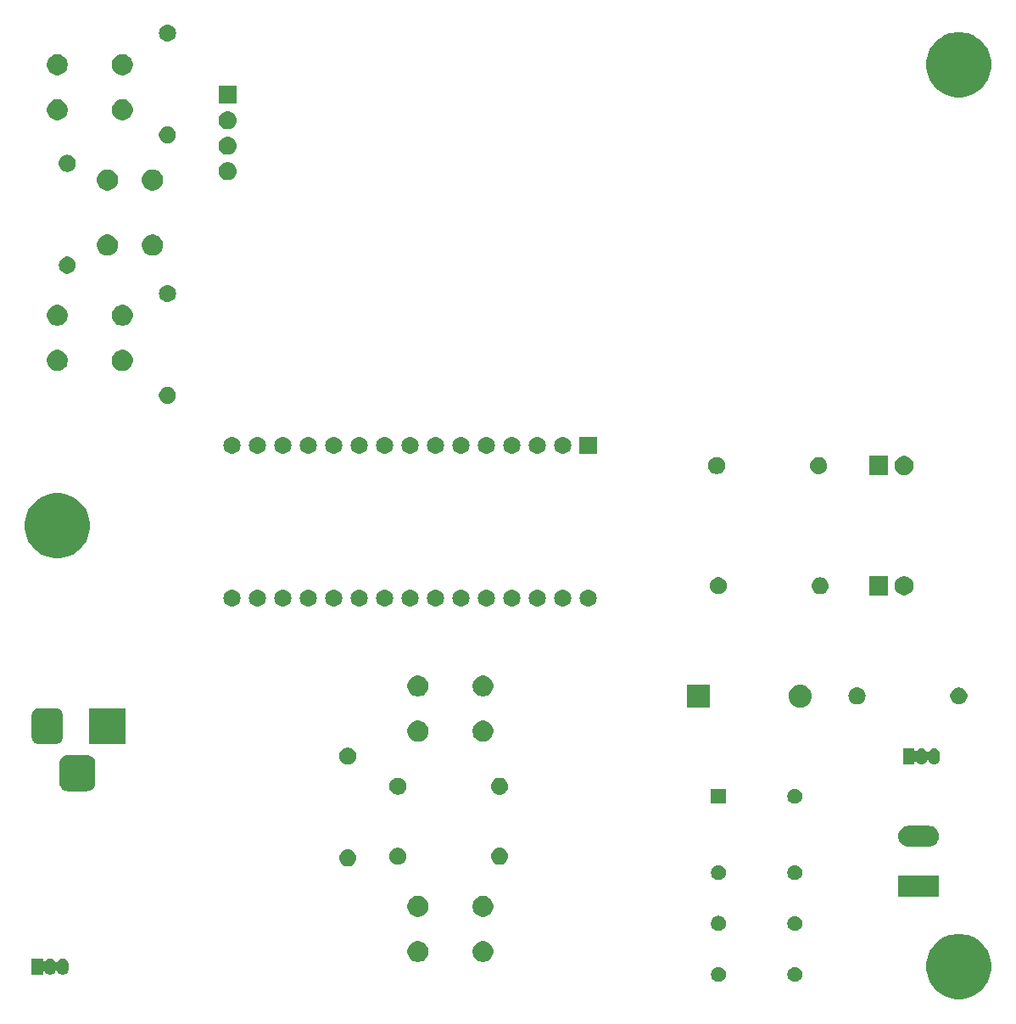
<source format=gbs>
G04 #@! TF.GenerationSoftware,KiCad,Pcbnew,5.0.2-bee76a0~70~ubuntu18.04.1*
G04 #@! TF.CreationDate,2019-06-28T18:52:20-06:00*
G04 #@! TF.ProjectId,Thermostat1,54686572-6d6f-4737-9461-74312e6b6963,rev?*
G04 #@! TF.SameCoordinates,Original*
G04 #@! TF.FileFunction,Soldermask,Bot*
G04 #@! TF.FilePolarity,Negative*
%FSLAX46Y46*%
G04 Gerber Fmt 4.6, Leading zero omitted, Abs format (unit mm)*
G04 Created by KiCad (PCBNEW 5.0.2-bee76a0~70~ubuntu18.04.1) date Fri 28 Jun 2019 06:52:20 PM MDT*
%MOMM*%
%LPD*%
G01*
G04 APERTURE LIST*
%ADD10C,0.100000*%
G04 APERTURE END LIST*
D10*
G36*
X125634239Y-121811467D02*
X125948282Y-121873934D01*
X126539926Y-122119001D01*
X127033804Y-122449000D01*
X127072395Y-122474786D01*
X127525214Y-122927605D01*
X127525216Y-122927608D01*
X127880999Y-123460074D01*
X128126066Y-124051718D01*
X128188051Y-124363337D01*
X128247476Y-124662085D01*
X128251000Y-124679804D01*
X128251000Y-125320196D01*
X128126066Y-125948282D01*
X127880999Y-126539926D01*
X127880281Y-126541000D01*
X127525214Y-127072395D01*
X127072395Y-127525214D01*
X127072392Y-127525216D01*
X126539926Y-127880999D01*
X125948282Y-128126066D01*
X125634239Y-128188533D01*
X125320197Y-128251000D01*
X124679803Y-128251000D01*
X124365761Y-128188533D01*
X124051718Y-128126066D01*
X123460074Y-127880999D01*
X122927608Y-127525216D01*
X122927605Y-127525214D01*
X122474786Y-127072395D01*
X122119719Y-126541000D01*
X122119001Y-126539926D01*
X121873934Y-125948282D01*
X121749000Y-125320196D01*
X121749000Y-124679804D01*
X121752525Y-124662085D01*
X121811949Y-124363337D01*
X121873934Y-124051718D01*
X122119001Y-123460074D01*
X122474784Y-122927608D01*
X122474786Y-122927605D01*
X122927605Y-122474786D01*
X122966196Y-122449000D01*
X123460074Y-122119001D01*
X124051718Y-121873934D01*
X124365761Y-121811467D01*
X124679803Y-121749000D01*
X125320197Y-121749000D01*
X125634239Y-121811467D01*
X125634239Y-121811467D01*
G37*
G36*
X108762004Y-125050544D02*
X108849059Y-125067860D01*
X108985732Y-125124472D01*
X108985733Y-125124473D01*
X109108738Y-125206662D01*
X109213338Y-125311262D01*
X109213340Y-125311265D01*
X109295528Y-125434268D01*
X109352140Y-125570941D01*
X109381000Y-125716033D01*
X109381000Y-125863967D01*
X109352140Y-126009059D01*
X109295528Y-126145732D01*
X109295527Y-126145733D01*
X109213338Y-126268738D01*
X109108738Y-126373338D01*
X109108735Y-126373340D01*
X108985732Y-126455528D01*
X108849059Y-126512140D01*
X108762004Y-126529456D01*
X108703969Y-126541000D01*
X108556031Y-126541000D01*
X108497996Y-126529456D01*
X108410941Y-126512140D01*
X108274268Y-126455528D01*
X108151265Y-126373340D01*
X108151262Y-126373338D01*
X108046662Y-126268738D01*
X107964473Y-126145733D01*
X107964472Y-126145732D01*
X107907860Y-126009059D01*
X107879000Y-125863967D01*
X107879000Y-125716033D01*
X107907860Y-125570941D01*
X107964472Y-125434268D01*
X108046660Y-125311265D01*
X108046662Y-125311262D01*
X108151262Y-125206662D01*
X108274267Y-125124473D01*
X108274268Y-125124472D01*
X108410941Y-125067860D01*
X108497996Y-125050544D01*
X108556031Y-125039000D01*
X108703969Y-125039000D01*
X108762004Y-125050544D01*
X108762004Y-125050544D01*
G37*
G36*
X101132004Y-125040544D02*
X101219059Y-125057860D01*
X101355732Y-125114472D01*
X101477079Y-125195554D01*
X101478738Y-125196662D01*
X101583338Y-125301262D01*
X101583340Y-125301265D01*
X101665528Y-125424268D01*
X101722140Y-125560941D01*
X101751000Y-125706033D01*
X101751000Y-125853967D01*
X101722140Y-125999059D01*
X101665528Y-126135732D01*
X101584446Y-126257079D01*
X101583338Y-126258738D01*
X101478738Y-126363338D01*
X101478735Y-126363340D01*
X101355732Y-126445528D01*
X101219059Y-126502140D01*
X101132004Y-126519456D01*
X101073969Y-126531000D01*
X100926031Y-126531000D01*
X100867996Y-126519456D01*
X100780941Y-126502140D01*
X100644268Y-126445528D01*
X100521265Y-126363340D01*
X100521262Y-126363338D01*
X100416662Y-126258738D01*
X100415554Y-126257079D01*
X100334472Y-126135732D01*
X100277860Y-125999059D01*
X100249000Y-125853967D01*
X100249000Y-125706033D01*
X100277860Y-125560941D01*
X100334472Y-125424268D01*
X100416660Y-125301265D01*
X100416662Y-125301262D01*
X100521262Y-125196662D01*
X100522921Y-125195554D01*
X100644268Y-125114472D01*
X100780941Y-125057860D01*
X100867996Y-125040544D01*
X100926031Y-125029000D01*
X101073969Y-125029000D01*
X101132004Y-125040544D01*
X101132004Y-125040544D01*
G37*
G36*
X35652915Y-124207334D02*
X35761491Y-124240271D01*
X35861556Y-124293756D01*
X35949264Y-124365736D01*
X36021244Y-124453443D01*
X36074729Y-124553508D01*
X36107666Y-124662084D01*
X36116000Y-124746702D01*
X36116000Y-125253297D01*
X36107666Y-125337916D01*
X36074729Y-125446492D01*
X36021244Y-125546557D01*
X35949264Y-125634264D01*
X35861557Y-125706244D01*
X35761492Y-125759729D01*
X35652916Y-125792666D01*
X35540000Y-125803787D01*
X35427085Y-125792666D01*
X35318509Y-125759729D01*
X35218444Y-125706244D01*
X35130737Y-125634264D01*
X35058757Y-125546557D01*
X35015240Y-125465143D01*
X35001627Y-125444768D01*
X34984299Y-125427441D01*
X34963925Y-125413827D01*
X34941286Y-125404450D01*
X34917253Y-125399669D01*
X34892748Y-125399669D01*
X34868715Y-125404449D01*
X34846076Y-125413827D01*
X34825701Y-125427440D01*
X34808374Y-125444768D01*
X34794760Y-125465143D01*
X34751244Y-125546557D01*
X34679264Y-125634264D01*
X34591557Y-125706244D01*
X34491492Y-125759729D01*
X34382916Y-125792666D01*
X34270000Y-125803787D01*
X34157085Y-125792666D01*
X34048509Y-125759729D01*
X33948444Y-125706244D01*
X33860737Y-125634264D01*
X33808771Y-125570944D01*
X33797626Y-125557364D01*
X33780299Y-125540036D01*
X33759924Y-125526423D01*
X33737285Y-125517045D01*
X33713252Y-125512265D01*
X33688748Y-125512265D01*
X33664714Y-125517046D01*
X33642075Y-125526423D01*
X33621701Y-125540037D01*
X33604373Y-125557364D01*
X33590760Y-125577739D01*
X33581382Y-125600378D01*
X33576000Y-125636663D01*
X33576000Y-125801000D01*
X32424000Y-125801000D01*
X32424000Y-124199000D01*
X33576000Y-124199000D01*
X33576000Y-124363337D01*
X33578402Y-124387723D01*
X33585515Y-124411172D01*
X33597066Y-124432783D01*
X33612612Y-124451725D01*
X33631554Y-124467271D01*
X33653165Y-124478822D01*
X33676614Y-124485935D01*
X33701000Y-124488337D01*
X33725386Y-124485935D01*
X33748835Y-124478822D01*
X33770446Y-124467271D01*
X33797626Y-124442636D01*
X33860734Y-124365739D01*
X33860736Y-124365736D01*
X33948443Y-124293756D01*
X34048508Y-124240271D01*
X34157084Y-124207334D01*
X34270000Y-124196213D01*
X34382915Y-124207334D01*
X34491491Y-124240271D01*
X34591556Y-124293756D01*
X34679264Y-124365736D01*
X34751244Y-124453443D01*
X34794767Y-124534869D01*
X34808373Y-124555232D01*
X34825700Y-124572560D01*
X34846075Y-124586174D01*
X34868713Y-124595551D01*
X34892747Y-124600332D01*
X34917251Y-124600332D01*
X34941285Y-124595552D01*
X34963924Y-124586175D01*
X34984298Y-124572561D01*
X35001626Y-124555234D01*
X35015240Y-124534858D01*
X35058756Y-124453444D01*
X35130734Y-124365739D01*
X35130736Y-124365736D01*
X35218443Y-124293756D01*
X35318508Y-124240271D01*
X35427084Y-124207334D01*
X35540000Y-124196213D01*
X35652915Y-124207334D01*
X35652915Y-124207334D01*
G37*
G36*
X71306565Y-122489389D02*
X71497834Y-122568615D01*
X71669976Y-122683637D01*
X71816363Y-122830024D01*
X71931385Y-123002166D01*
X72010611Y-123193435D01*
X72051000Y-123396484D01*
X72051000Y-123603516D01*
X72010611Y-123806565D01*
X71931385Y-123997834D01*
X71816363Y-124169976D01*
X71669976Y-124316363D01*
X71497834Y-124431385D01*
X71306565Y-124510611D01*
X71103516Y-124551000D01*
X70896484Y-124551000D01*
X70693435Y-124510611D01*
X70502166Y-124431385D01*
X70330024Y-124316363D01*
X70183637Y-124169976D01*
X70068615Y-123997834D01*
X69989389Y-123806565D01*
X69949000Y-123603516D01*
X69949000Y-123396484D01*
X69989389Y-123193435D01*
X70068615Y-123002166D01*
X70183637Y-122830024D01*
X70330024Y-122683637D01*
X70502166Y-122568615D01*
X70693435Y-122489389D01*
X70896484Y-122449000D01*
X71103516Y-122449000D01*
X71306565Y-122489389D01*
X71306565Y-122489389D01*
G37*
G36*
X77806565Y-122489389D02*
X77997834Y-122568615D01*
X78169976Y-122683637D01*
X78316363Y-122830024D01*
X78431385Y-123002166D01*
X78510611Y-123193435D01*
X78551000Y-123396484D01*
X78551000Y-123603516D01*
X78510611Y-123806565D01*
X78431385Y-123997834D01*
X78316363Y-124169976D01*
X78169976Y-124316363D01*
X77997834Y-124431385D01*
X77806565Y-124510611D01*
X77603516Y-124551000D01*
X77396484Y-124551000D01*
X77193435Y-124510611D01*
X77002166Y-124431385D01*
X76830024Y-124316363D01*
X76683637Y-124169976D01*
X76568615Y-123997834D01*
X76489389Y-123806565D01*
X76449000Y-123603516D01*
X76449000Y-123396484D01*
X76489389Y-123193435D01*
X76568615Y-123002166D01*
X76683637Y-122830024D01*
X76830024Y-122683637D01*
X77002166Y-122568615D01*
X77193435Y-122489389D01*
X77396484Y-122449000D01*
X77603516Y-122449000D01*
X77806565Y-122489389D01*
X77806565Y-122489389D01*
G37*
G36*
X108762004Y-119970544D02*
X108849059Y-119987860D01*
X108985732Y-120044472D01*
X109078803Y-120106660D01*
X109108738Y-120126662D01*
X109213338Y-120231262D01*
X109213340Y-120231265D01*
X109295528Y-120354268D01*
X109352140Y-120490941D01*
X109369456Y-120577996D01*
X109377022Y-120616031D01*
X109381000Y-120636033D01*
X109381000Y-120783967D01*
X109352140Y-120929059D01*
X109295528Y-121065732D01*
X109295527Y-121065733D01*
X109213338Y-121188738D01*
X109108738Y-121293338D01*
X109108735Y-121293340D01*
X108985732Y-121375528D01*
X108849059Y-121432140D01*
X108762004Y-121449456D01*
X108703969Y-121461000D01*
X108556031Y-121461000D01*
X108497996Y-121449456D01*
X108410941Y-121432140D01*
X108274268Y-121375528D01*
X108151265Y-121293340D01*
X108151262Y-121293338D01*
X108046662Y-121188738D01*
X107964473Y-121065733D01*
X107964472Y-121065732D01*
X107907860Y-120929059D01*
X107879000Y-120783967D01*
X107879000Y-120636033D01*
X107882979Y-120616031D01*
X107890544Y-120577996D01*
X107907860Y-120490941D01*
X107964472Y-120354268D01*
X108046660Y-120231265D01*
X108046662Y-120231262D01*
X108151262Y-120126662D01*
X108181197Y-120106660D01*
X108274268Y-120044472D01*
X108410941Y-119987860D01*
X108497996Y-119970544D01*
X108556031Y-119959000D01*
X108703969Y-119959000D01*
X108762004Y-119970544D01*
X108762004Y-119970544D01*
G37*
G36*
X101132004Y-119950544D02*
X101219059Y-119967860D01*
X101355732Y-120024472D01*
X101395434Y-120051000D01*
X101478738Y-120106662D01*
X101583338Y-120211262D01*
X101583340Y-120211265D01*
X101665528Y-120334268D01*
X101722140Y-120470941D01*
X101739456Y-120557996D01*
X101751000Y-120616031D01*
X101751000Y-120763969D01*
X101739456Y-120822004D01*
X101722140Y-120909059D01*
X101665528Y-121045732D01*
X101584446Y-121167079D01*
X101583338Y-121168738D01*
X101478738Y-121273338D01*
X101478735Y-121273340D01*
X101355732Y-121355528D01*
X101219059Y-121412140D01*
X101132004Y-121429456D01*
X101073969Y-121441000D01*
X100926031Y-121441000D01*
X100867996Y-121429456D01*
X100780941Y-121412140D01*
X100644268Y-121355528D01*
X100521265Y-121273340D01*
X100521262Y-121273338D01*
X100416662Y-121168738D01*
X100415554Y-121167079D01*
X100334472Y-121045732D01*
X100277860Y-120909059D01*
X100260544Y-120822004D01*
X100249000Y-120763969D01*
X100249000Y-120616031D01*
X100260544Y-120557996D01*
X100277860Y-120470941D01*
X100334472Y-120334268D01*
X100416660Y-120211265D01*
X100416662Y-120211262D01*
X100521262Y-120106662D01*
X100604566Y-120051000D01*
X100644268Y-120024472D01*
X100780941Y-119967860D01*
X100867996Y-119950544D01*
X100926031Y-119939000D01*
X101073969Y-119939000D01*
X101132004Y-119950544D01*
X101132004Y-119950544D01*
G37*
G36*
X71306565Y-117989389D02*
X71497834Y-118068615D01*
X71669976Y-118183637D01*
X71816363Y-118330024D01*
X71931385Y-118502166D01*
X72010611Y-118693435D01*
X72051000Y-118896484D01*
X72051000Y-119103516D01*
X72010611Y-119306565D01*
X71931385Y-119497834D01*
X71816363Y-119669976D01*
X71669976Y-119816363D01*
X71497834Y-119931385D01*
X71306565Y-120010611D01*
X71103516Y-120051000D01*
X70896484Y-120051000D01*
X70693435Y-120010611D01*
X70502166Y-119931385D01*
X70330024Y-119816363D01*
X70183637Y-119669976D01*
X70068615Y-119497834D01*
X69989389Y-119306565D01*
X69949000Y-119103516D01*
X69949000Y-118896484D01*
X69989389Y-118693435D01*
X70068615Y-118502166D01*
X70183637Y-118330024D01*
X70330024Y-118183637D01*
X70502166Y-118068615D01*
X70693435Y-117989389D01*
X70896484Y-117949000D01*
X71103516Y-117949000D01*
X71306565Y-117989389D01*
X71306565Y-117989389D01*
G37*
G36*
X77806565Y-117989389D02*
X77997834Y-118068615D01*
X78169976Y-118183637D01*
X78316363Y-118330024D01*
X78431385Y-118502166D01*
X78510611Y-118693435D01*
X78551000Y-118896484D01*
X78551000Y-119103516D01*
X78510611Y-119306565D01*
X78431385Y-119497834D01*
X78316363Y-119669976D01*
X78169976Y-119816363D01*
X77997834Y-119931385D01*
X77806565Y-120010611D01*
X77603516Y-120051000D01*
X77396484Y-120051000D01*
X77193435Y-120010611D01*
X77002166Y-119931385D01*
X76830024Y-119816363D01*
X76683637Y-119669976D01*
X76568615Y-119497834D01*
X76489389Y-119306565D01*
X76449000Y-119103516D01*
X76449000Y-118896484D01*
X76489389Y-118693435D01*
X76568615Y-118502166D01*
X76683637Y-118330024D01*
X76830024Y-118183637D01*
X77002166Y-118068615D01*
X77193435Y-117989389D01*
X77396484Y-117949000D01*
X77603516Y-117949000D01*
X77806565Y-117989389D01*
X77806565Y-117989389D01*
G37*
G36*
X123031000Y-118041000D02*
X118969000Y-118041000D01*
X118969000Y-115959000D01*
X123031000Y-115959000D01*
X123031000Y-118041000D01*
X123031000Y-118041000D01*
G37*
G36*
X108752004Y-114880544D02*
X108839059Y-114897860D01*
X108975732Y-114954472D01*
X108975733Y-114954473D01*
X109098738Y-115036662D01*
X109203338Y-115141262D01*
X109203340Y-115141265D01*
X109285528Y-115264268D01*
X109342140Y-115400941D01*
X109371000Y-115546033D01*
X109371000Y-115693967D01*
X109342140Y-115839059D01*
X109285528Y-115975732D01*
X109285527Y-115975733D01*
X109203338Y-116098738D01*
X109098738Y-116203338D01*
X109098735Y-116203340D01*
X108975732Y-116285528D01*
X108839059Y-116342140D01*
X108752004Y-116359456D01*
X108693969Y-116371000D01*
X108546031Y-116371000D01*
X108487996Y-116359456D01*
X108400941Y-116342140D01*
X108264268Y-116285528D01*
X108141265Y-116203340D01*
X108141262Y-116203338D01*
X108036662Y-116098738D01*
X107954473Y-115975733D01*
X107954472Y-115975732D01*
X107897860Y-115839059D01*
X107869000Y-115693967D01*
X107869000Y-115546033D01*
X107897860Y-115400941D01*
X107954472Y-115264268D01*
X108036660Y-115141265D01*
X108036662Y-115141262D01*
X108141262Y-115036662D01*
X108264267Y-114954473D01*
X108264268Y-114954472D01*
X108400941Y-114897860D01*
X108487996Y-114880544D01*
X108546031Y-114869000D01*
X108693969Y-114869000D01*
X108752004Y-114880544D01*
X108752004Y-114880544D01*
G37*
G36*
X101132004Y-114880544D02*
X101219059Y-114897860D01*
X101355732Y-114954472D01*
X101355733Y-114954473D01*
X101478738Y-115036662D01*
X101583338Y-115141262D01*
X101583340Y-115141265D01*
X101665528Y-115264268D01*
X101722140Y-115400941D01*
X101751000Y-115546033D01*
X101751000Y-115693967D01*
X101722140Y-115839059D01*
X101665528Y-115975732D01*
X101665527Y-115975733D01*
X101583338Y-116098738D01*
X101478738Y-116203338D01*
X101478735Y-116203340D01*
X101355732Y-116285528D01*
X101219059Y-116342140D01*
X101132004Y-116359456D01*
X101073969Y-116371000D01*
X100926031Y-116371000D01*
X100867996Y-116359456D01*
X100780941Y-116342140D01*
X100644268Y-116285528D01*
X100521265Y-116203340D01*
X100521262Y-116203338D01*
X100416662Y-116098738D01*
X100334473Y-115975733D01*
X100334472Y-115975732D01*
X100277860Y-115839059D01*
X100249000Y-115693967D01*
X100249000Y-115546033D01*
X100277860Y-115400941D01*
X100334472Y-115264268D01*
X100416660Y-115141265D01*
X100416662Y-115141262D01*
X100521262Y-115036662D01*
X100644267Y-114954473D01*
X100644268Y-114954472D01*
X100780941Y-114897860D01*
X100867996Y-114880544D01*
X100926031Y-114869000D01*
X101073969Y-114869000D01*
X101132004Y-114880544D01*
X101132004Y-114880544D01*
G37*
G36*
X64166821Y-113321313D02*
X64166824Y-113321314D01*
X64166825Y-113321314D01*
X64327239Y-113369975D01*
X64327241Y-113369976D01*
X64327244Y-113369977D01*
X64475078Y-113448995D01*
X64604659Y-113555341D01*
X64711005Y-113684922D01*
X64790023Y-113832756D01*
X64790024Y-113832759D01*
X64790025Y-113832761D01*
X64815331Y-113916184D01*
X64838687Y-113993179D01*
X64855117Y-114160000D01*
X64838687Y-114326821D01*
X64790023Y-114487244D01*
X64711005Y-114635078D01*
X64604659Y-114764659D01*
X64475078Y-114871005D01*
X64327244Y-114950023D01*
X64327241Y-114950024D01*
X64327239Y-114950025D01*
X64166825Y-114998686D01*
X64166824Y-114998686D01*
X64166821Y-114998687D01*
X64041804Y-115011000D01*
X63958196Y-115011000D01*
X63833179Y-114998687D01*
X63833176Y-114998686D01*
X63833175Y-114998686D01*
X63672761Y-114950025D01*
X63672759Y-114950024D01*
X63672756Y-114950023D01*
X63524922Y-114871005D01*
X63395341Y-114764659D01*
X63288995Y-114635078D01*
X63209977Y-114487244D01*
X63161313Y-114326821D01*
X63144883Y-114160000D01*
X63161313Y-113993179D01*
X63184669Y-113916184D01*
X63209975Y-113832761D01*
X63209976Y-113832759D01*
X63209977Y-113832756D01*
X63288995Y-113684922D01*
X63395341Y-113555341D01*
X63524922Y-113448995D01*
X63672756Y-113369977D01*
X63672759Y-113369976D01*
X63672761Y-113369975D01*
X63833175Y-113321314D01*
X63833176Y-113321314D01*
X63833179Y-113321313D01*
X63958196Y-113309000D01*
X64041804Y-113309000D01*
X64166821Y-113321313D01*
X64166821Y-113321313D01*
G37*
G36*
X69248228Y-113181703D02*
X69403100Y-113245853D01*
X69542481Y-113338985D01*
X69661015Y-113457519D01*
X69754147Y-113596900D01*
X69818297Y-113751772D01*
X69851000Y-113916184D01*
X69851000Y-114083816D01*
X69818297Y-114248228D01*
X69754147Y-114403100D01*
X69661015Y-114542481D01*
X69542481Y-114661015D01*
X69403100Y-114754147D01*
X69248228Y-114818297D01*
X69083816Y-114851000D01*
X68916184Y-114851000D01*
X68751772Y-114818297D01*
X68596900Y-114754147D01*
X68457519Y-114661015D01*
X68338985Y-114542481D01*
X68245853Y-114403100D01*
X68181703Y-114248228D01*
X68149000Y-114083816D01*
X68149000Y-113916184D01*
X68181703Y-113751772D01*
X68245853Y-113596900D01*
X68338985Y-113457519D01*
X68457519Y-113338985D01*
X68596900Y-113245853D01*
X68751772Y-113181703D01*
X68916184Y-113149000D01*
X69083816Y-113149000D01*
X69248228Y-113181703D01*
X69248228Y-113181703D01*
G37*
G36*
X79326821Y-113161313D02*
X79326824Y-113161314D01*
X79326825Y-113161314D01*
X79487239Y-113209975D01*
X79487241Y-113209976D01*
X79487244Y-113209977D01*
X79635078Y-113288995D01*
X79764659Y-113395341D01*
X79871005Y-113524922D01*
X79950023Y-113672756D01*
X79950024Y-113672759D01*
X79950025Y-113672761D01*
X79998559Y-113832756D01*
X79998687Y-113833179D01*
X80015117Y-114000000D01*
X79998687Y-114166821D01*
X79998686Y-114166824D01*
X79998686Y-114166825D01*
X79950151Y-114326825D01*
X79950023Y-114327244D01*
X79871005Y-114475078D01*
X79764659Y-114604659D01*
X79635078Y-114711005D01*
X79487244Y-114790023D01*
X79487241Y-114790024D01*
X79487239Y-114790025D01*
X79326825Y-114838686D01*
X79326824Y-114838686D01*
X79326821Y-114838687D01*
X79201804Y-114851000D01*
X79118196Y-114851000D01*
X78993179Y-114838687D01*
X78993176Y-114838686D01*
X78993175Y-114838686D01*
X78832761Y-114790025D01*
X78832759Y-114790024D01*
X78832756Y-114790023D01*
X78684922Y-114711005D01*
X78555341Y-114604659D01*
X78448995Y-114475078D01*
X78369977Y-114327244D01*
X78369850Y-114326825D01*
X78321314Y-114166825D01*
X78321314Y-114166824D01*
X78321313Y-114166821D01*
X78304883Y-114000000D01*
X78321313Y-113833179D01*
X78321441Y-113832756D01*
X78369975Y-113672761D01*
X78369976Y-113672759D01*
X78369977Y-113672756D01*
X78448995Y-113524922D01*
X78555341Y-113395341D01*
X78684922Y-113288995D01*
X78832756Y-113209977D01*
X78832759Y-113209976D01*
X78832761Y-113209975D01*
X78993175Y-113161314D01*
X78993176Y-113161314D01*
X78993179Y-113161313D01*
X79118196Y-113149000D01*
X79201804Y-113149000D01*
X79326821Y-113161313D01*
X79326821Y-113161313D01*
G37*
G36*
X122092112Y-110964021D02*
X122194072Y-110974063D01*
X122324891Y-111013747D01*
X122390302Y-111033589D01*
X122571148Y-111130254D01*
X122729659Y-111260341D01*
X122859746Y-111418852D01*
X122956411Y-111599698D01*
X122956411Y-111599699D01*
X123015937Y-111795928D01*
X123036036Y-112000000D01*
X123015937Y-112204072D01*
X122976253Y-112334891D01*
X122956411Y-112400302D01*
X122859746Y-112581148D01*
X122729659Y-112739659D01*
X122571148Y-112869746D01*
X122390302Y-112966411D01*
X122324891Y-112986253D01*
X122194072Y-113025937D01*
X122092112Y-113035979D01*
X122041133Y-113041000D01*
X119958867Y-113041000D01*
X119907888Y-113035979D01*
X119805928Y-113025937D01*
X119675109Y-112986253D01*
X119609698Y-112966411D01*
X119428852Y-112869746D01*
X119270341Y-112739659D01*
X119140254Y-112581148D01*
X119043589Y-112400302D01*
X119023747Y-112334891D01*
X118984063Y-112204072D01*
X118963964Y-112000000D01*
X118984063Y-111795928D01*
X119043589Y-111599699D01*
X119043589Y-111599698D01*
X119140254Y-111418852D01*
X119270341Y-111260341D01*
X119428852Y-111130254D01*
X119609698Y-111033589D01*
X119675109Y-111013747D01*
X119805928Y-110974063D01*
X119907888Y-110964021D01*
X119958867Y-110959000D01*
X122041133Y-110959000D01*
X122092112Y-110964021D01*
X122092112Y-110964021D01*
G37*
G36*
X108752004Y-107260544D02*
X108839059Y-107277860D01*
X108975732Y-107334472D01*
X109012843Y-107359269D01*
X109098738Y-107416662D01*
X109203338Y-107521262D01*
X109203340Y-107521265D01*
X109285528Y-107644268D01*
X109342140Y-107780941D01*
X109371000Y-107926033D01*
X109371000Y-108073967D01*
X109342140Y-108219059D01*
X109285528Y-108355732D01*
X109285527Y-108355733D01*
X109203338Y-108478738D01*
X109098738Y-108583338D01*
X109098735Y-108583340D01*
X108975732Y-108665528D01*
X108839059Y-108722140D01*
X108752004Y-108739456D01*
X108693969Y-108751000D01*
X108546031Y-108751000D01*
X108487996Y-108739456D01*
X108400941Y-108722140D01*
X108264268Y-108665528D01*
X108141265Y-108583340D01*
X108141262Y-108583338D01*
X108036662Y-108478738D01*
X107954473Y-108355733D01*
X107954472Y-108355732D01*
X107897860Y-108219059D01*
X107869000Y-108073967D01*
X107869000Y-107926033D01*
X107897860Y-107780941D01*
X107954472Y-107644268D01*
X108036660Y-107521265D01*
X108036662Y-107521262D01*
X108141262Y-107416662D01*
X108227157Y-107359269D01*
X108264268Y-107334472D01*
X108400941Y-107277860D01*
X108487996Y-107260544D01*
X108546031Y-107249000D01*
X108693969Y-107249000D01*
X108752004Y-107260544D01*
X108752004Y-107260544D01*
G37*
G36*
X101751000Y-108751000D02*
X100249000Y-108751000D01*
X100249000Y-107249000D01*
X101751000Y-107249000D01*
X101751000Y-108751000D01*
X101751000Y-108751000D01*
G37*
G36*
X69248228Y-106181703D02*
X69403100Y-106245853D01*
X69542481Y-106338985D01*
X69661015Y-106457519D01*
X69754147Y-106596900D01*
X69818297Y-106751772D01*
X69851000Y-106916184D01*
X69851000Y-107083816D01*
X69818297Y-107248228D01*
X69754147Y-107403100D01*
X69661015Y-107542481D01*
X69542481Y-107661015D01*
X69403100Y-107754147D01*
X69248228Y-107818297D01*
X69083816Y-107851000D01*
X68916184Y-107851000D01*
X68751772Y-107818297D01*
X68596900Y-107754147D01*
X68457519Y-107661015D01*
X68338985Y-107542481D01*
X68245853Y-107403100D01*
X68181703Y-107248228D01*
X68149000Y-107083816D01*
X68149000Y-106916184D01*
X68181703Y-106751772D01*
X68245853Y-106596900D01*
X68338985Y-106457519D01*
X68457519Y-106338985D01*
X68596900Y-106245853D01*
X68751772Y-106181703D01*
X68916184Y-106149000D01*
X69083816Y-106149000D01*
X69248228Y-106181703D01*
X69248228Y-106181703D01*
G37*
G36*
X79326821Y-106161313D02*
X79326824Y-106161314D01*
X79326825Y-106161314D01*
X79487239Y-106209975D01*
X79487241Y-106209976D01*
X79487244Y-106209977D01*
X79635078Y-106288995D01*
X79764659Y-106395341D01*
X79871005Y-106524922D01*
X79950023Y-106672756D01*
X79950024Y-106672759D01*
X79950025Y-106672761D01*
X79998686Y-106833175D01*
X79998687Y-106833179D01*
X80015117Y-107000000D01*
X79998687Y-107166821D01*
X79998686Y-107166824D01*
X79998686Y-107166825D01*
X79971900Y-107255128D01*
X79950023Y-107327244D01*
X79871005Y-107475078D01*
X79764659Y-107604659D01*
X79635078Y-107711005D01*
X79487244Y-107790023D01*
X79487241Y-107790024D01*
X79487239Y-107790025D01*
X79326825Y-107838686D01*
X79326824Y-107838686D01*
X79326821Y-107838687D01*
X79201804Y-107851000D01*
X79118196Y-107851000D01*
X78993179Y-107838687D01*
X78993176Y-107838686D01*
X78993175Y-107838686D01*
X78832761Y-107790025D01*
X78832759Y-107790024D01*
X78832756Y-107790023D01*
X78684922Y-107711005D01*
X78555341Y-107604659D01*
X78448995Y-107475078D01*
X78369977Y-107327244D01*
X78348101Y-107255128D01*
X78321314Y-107166825D01*
X78321314Y-107166824D01*
X78321313Y-107166821D01*
X78304883Y-107000000D01*
X78321313Y-106833179D01*
X78321314Y-106833175D01*
X78369975Y-106672761D01*
X78369976Y-106672759D01*
X78369977Y-106672756D01*
X78448995Y-106524922D01*
X78555341Y-106395341D01*
X78684922Y-106288995D01*
X78832756Y-106209977D01*
X78832759Y-106209976D01*
X78832761Y-106209975D01*
X78993175Y-106161314D01*
X78993176Y-106161314D01*
X78993179Y-106161313D01*
X79118196Y-106149000D01*
X79201804Y-106149000D01*
X79326821Y-106161313D01*
X79326821Y-106161313D01*
G37*
G36*
X38126366Y-103915695D02*
X38283458Y-103963348D01*
X38428230Y-104040731D01*
X38555128Y-104144872D01*
X38659269Y-104271770D01*
X38736652Y-104416542D01*
X38784305Y-104573634D01*
X38801000Y-104743140D01*
X38801000Y-106656860D01*
X38784305Y-106826366D01*
X38736652Y-106983458D01*
X38659269Y-107128230D01*
X38555128Y-107255128D01*
X38428230Y-107359269D01*
X38283458Y-107436652D01*
X38126366Y-107484305D01*
X37956860Y-107501000D01*
X36043140Y-107501000D01*
X35873634Y-107484305D01*
X35716542Y-107436652D01*
X35571770Y-107359269D01*
X35444872Y-107255128D01*
X35340731Y-107128230D01*
X35263348Y-106983458D01*
X35215695Y-106826366D01*
X35199000Y-106656860D01*
X35199000Y-104743140D01*
X35215695Y-104573634D01*
X35263348Y-104416542D01*
X35340731Y-104271770D01*
X35444872Y-104144872D01*
X35571770Y-104040731D01*
X35716542Y-103963348D01*
X35873634Y-103915695D01*
X36043140Y-103899000D01*
X37956860Y-103899000D01*
X38126366Y-103915695D01*
X38126366Y-103915695D01*
G37*
G36*
X64248228Y-103181703D02*
X64403100Y-103245853D01*
X64542481Y-103338985D01*
X64661015Y-103457519D01*
X64754147Y-103596900D01*
X64818297Y-103751772D01*
X64851000Y-103916184D01*
X64851000Y-104083816D01*
X64818297Y-104248228D01*
X64754147Y-104403100D01*
X64661015Y-104542481D01*
X64542481Y-104661015D01*
X64403100Y-104754147D01*
X64248228Y-104818297D01*
X64083816Y-104851000D01*
X63916184Y-104851000D01*
X63751772Y-104818297D01*
X63596900Y-104754147D01*
X63457519Y-104661015D01*
X63338985Y-104542481D01*
X63245853Y-104403100D01*
X63181703Y-104248228D01*
X63149000Y-104083816D01*
X63149000Y-103916184D01*
X63181703Y-103751772D01*
X63245853Y-103596900D01*
X63338985Y-103457519D01*
X63457519Y-103338985D01*
X63596900Y-103245853D01*
X63751772Y-103181703D01*
X63916184Y-103149000D01*
X64083816Y-103149000D01*
X64248228Y-103181703D01*
X64248228Y-103181703D01*
G37*
G36*
X122652915Y-103207334D02*
X122761491Y-103240271D01*
X122861556Y-103293756D01*
X122949264Y-103365736D01*
X123021244Y-103453443D01*
X123074729Y-103553508D01*
X123107666Y-103662084D01*
X123116000Y-103746702D01*
X123116000Y-104253297D01*
X123107666Y-104337916D01*
X123074729Y-104446492D01*
X123021244Y-104546557D01*
X122949264Y-104634264D01*
X122861557Y-104706244D01*
X122761492Y-104759729D01*
X122652916Y-104792666D01*
X122540000Y-104803787D01*
X122427085Y-104792666D01*
X122318509Y-104759729D01*
X122218444Y-104706244D01*
X122163333Y-104661015D01*
X122130739Y-104634266D01*
X122122167Y-104623821D01*
X122058757Y-104546557D01*
X122015240Y-104465143D01*
X122001627Y-104444768D01*
X121984299Y-104427441D01*
X121963925Y-104413827D01*
X121941286Y-104404450D01*
X121917253Y-104399669D01*
X121892748Y-104399669D01*
X121868715Y-104404449D01*
X121846076Y-104413827D01*
X121825701Y-104427440D01*
X121808374Y-104444768D01*
X121794760Y-104465143D01*
X121751244Y-104546557D01*
X121679264Y-104634264D01*
X121591557Y-104706244D01*
X121491492Y-104759729D01*
X121382916Y-104792666D01*
X121270000Y-104803787D01*
X121157085Y-104792666D01*
X121048509Y-104759729D01*
X120948444Y-104706244D01*
X120860737Y-104634264D01*
X120797626Y-104557364D01*
X120780299Y-104540036D01*
X120759924Y-104526423D01*
X120737285Y-104517045D01*
X120713252Y-104512265D01*
X120688748Y-104512265D01*
X120664714Y-104517046D01*
X120642075Y-104526423D01*
X120621701Y-104540037D01*
X120604373Y-104557364D01*
X120590760Y-104577739D01*
X120581382Y-104600378D01*
X120576000Y-104636663D01*
X120576000Y-104801000D01*
X119424000Y-104801000D01*
X119424000Y-103199000D01*
X120576000Y-103199000D01*
X120576000Y-103363337D01*
X120578402Y-103387723D01*
X120585515Y-103411172D01*
X120597066Y-103432783D01*
X120612612Y-103451725D01*
X120631554Y-103467271D01*
X120653165Y-103478822D01*
X120676614Y-103485935D01*
X120701000Y-103488337D01*
X120725386Y-103485935D01*
X120748835Y-103478822D01*
X120770446Y-103467271D01*
X120797626Y-103442636D01*
X120860734Y-103365739D01*
X120860736Y-103365736D01*
X120948443Y-103293756D01*
X121048508Y-103240271D01*
X121157084Y-103207334D01*
X121270000Y-103196213D01*
X121382915Y-103207334D01*
X121491491Y-103240271D01*
X121591556Y-103293756D01*
X121679264Y-103365736D01*
X121751244Y-103453443D01*
X121794767Y-103534869D01*
X121808373Y-103555232D01*
X121825700Y-103572560D01*
X121846075Y-103586174D01*
X121868713Y-103595551D01*
X121892747Y-103600332D01*
X121917251Y-103600332D01*
X121941285Y-103595552D01*
X121963924Y-103586175D01*
X121984298Y-103572561D01*
X122001626Y-103555234D01*
X122015240Y-103534858D01*
X122058756Y-103453444D01*
X122130734Y-103365739D01*
X122130736Y-103365736D01*
X122218443Y-103293756D01*
X122318508Y-103240271D01*
X122427084Y-103207334D01*
X122540000Y-103196213D01*
X122652915Y-103207334D01*
X122652915Y-103207334D01*
G37*
G36*
X34976978Y-99213293D02*
X35110627Y-99253835D01*
X35233782Y-99319662D01*
X35341739Y-99408261D01*
X35430338Y-99516218D01*
X35496165Y-99639373D01*
X35536707Y-99773022D01*
X35551000Y-99918140D01*
X35551000Y-102081860D01*
X35536707Y-102226978D01*
X35496165Y-102360627D01*
X35430338Y-102483782D01*
X35341739Y-102591739D01*
X35233782Y-102680338D01*
X35110627Y-102746165D01*
X34976978Y-102786707D01*
X34831860Y-102801000D01*
X33168140Y-102801000D01*
X33023022Y-102786707D01*
X32889373Y-102746165D01*
X32766218Y-102680338D01*
X32658261Y-102591739D01*
X32569662Y-102483782D01*
X32503835Y-102360627D01*
X32463293Y-102226978D01*
X32449000Y-102081860D01*
X32449000Y-99918140D01*
X32463293Y-99773022D01*
X32503835Y-99639373D01*
X32569662Y-99516218D01*
X32658261Y-99408261D01*
X32766218Y-99319662D01*
X32889373Y-99253835D01*
X33023022Y-99213293D01*
X33168140Y-99199000D01*
X34831860Y-99199000D01*
X34976978Y-99213293D01*
X34976978Y-99213293D01*
G37*
G36*
X41801000Y-102801000D02*
X38199000Y-102801000D01*
X38199000Y-99199000D01*
X41801000Y-99199000D01*
X41801000Y-102801000D01*
X41801000Y-102801000D01*
G37*
G36*
X77806565Y-100489389D02*
X77997834Y-100568615D01*
X78169976Y-100683637D01*
X78316363Y-100830024D01*
X78431385Y-101002166D01*
X78510611Y-101193435D01*
X78551000Y-101396484D01*
X78551000Y-101603516D01*
X78510611Y-101806565D01*
X78431385Y-101997834D01*
X78316363Y-102169976D01*
X78169976Y-102316363D01*
X77997834Y-102431385D01*
X77806565Y-102510611D01*
X77603516Y-102551000D01*
X77396484Y-102551000D01*
X77193435Y-102510611D01*
X77002166Y-102431385D01*
X76830024Y-102316363D01*
X76683637Y-102169976D01*
X76568615Y-101997834D01*
X76489389Y-101806565D01*
X76449000Y-101603516D01*
X76449000Y-101396484D01*
X76489389Y-101193435D01*
X76568615Y-101002166D01*
X76683637Y-100830024D01*
X76830024Y-100683637D01*
X77002166Y-100568615D01*
X77193435Y-100489389D01*
X77396484Y-100449000D01*
X77603516Y-100449000D01*
X77806565Y-100489389D01*
X77806565Y-100489389D01*
G37*
G36*
X71306565Y-100489389D02*
X71497834Y-100568615D01*
X71669976Y-100683637D01*
X71816363Y-100830024D01*
X71931385Y-101002166D01*
X72010611Y-101193435D01*
X72051000Y-101396484D01*
X72051000Y-101603516D01*
X72010611Y-101806565D01*
X71931385Y-101997834D01*
X71816363Y-102169976D01*
X71669976Y-102316363D01*
X71497834Y-102431385D01*
X71306565Y-102510611D01*
X71103516Y-102551000D01*
X70896484Y-102551000D01*
X70693435Y-102510611D01*
X70502166Y-102431385D01*
X70330024Y-102316363D01*
X70183637Y-102169976D01*
X70068615Y-101997834D01*
X69989389Y-101806565D01*
X69949000Y-101603516D01*
X69949000Y-101396484D01*
X69989389Y-101193435D01*
X70068615Y-101002166D01*
X70183637Y-100830024D01*
X70330024Y-100683637D01*
X70502166Y-100568615D01*
X70693435Y-100489389D01*
X70896484Y-100449000D01*
X71103516Y-100449000D01*
X71306565Y-100489389D01*
X71306565Y-100489389D01*
G37*
G36*
X109284180Y-96855662D02*
X109385635Y-96865654D01*
X109602600Y-96931470D01*
X109602602Y-96931471D01*
X109602605Y-96931472D01*
X109802556Y-97038347D01*
X109977818Y-97182182D01*
X110121653Y-97357444D01*
X110228528Y-97557395D01*
X110228529Y-97557398D01*
X110228530Y-97557400D01*
X110294346Y-97774365D01*
X110316569Y-98000000D01*
X110294346Y-98225635D01*
X110240512Y-98403100D01*
X110228528Y-98442605D01*
X110121653Y-98642556D01*
X109977818Y-98817818D01*
X109802556Y-98961653D01*
X109602605Y-99068528D01*
X109602602Y-99068529D01*
X109602600Y-99068530D01*
X109385635Y-99134346D01*
X109284180Y-99144338D01*
X109216545Y-99151000D01*
X109103455Y-99151000D01*
X109035820Y-99144338D01*
X108934365Y-99134346D01*
X108717400Y-99068530D01*
X108717398Y-99068529D01*
X108717395Y-99068528D01*
X108517444Y-98961653D01*
X108342182Y-98817818D01*
X108198347Y-98642556D01*
X108091472Y-98442605D01*
X108079488Y-98403100D01*
X108025654Y-98225635D01*
X108003431Y-98000000D01*
X108025654Y-97774365D01*
X108091470Y-97557400D01*
X108091471Y-97557398D01*
X108091472Y-97557395D01*
X108198347Y-97357444D01*
X108342182Y-97182182D01*
X108517444Y-97038347D01*
X108717395Y-96931472D01*
X108717398Y-96931471D01*
X108717400Y-96931470D01*
X108934365Y-96865654D01*
X109035820Y-96855662D01*
X109103455Y-96849000D01*
X109216545Y-96849000D01*
X109284180Y-96855662D01*
X109284180Y-96855662D01*
G37*
G36*
X100151000Y-99151000D02*
X97849000Y-99151000D01*
X97849000Y-96849000D01*
X100151000Y-96849000D01*
X100151000Y-99151000D01*
X100151000Y-99151000D01*
G37*
G36*
X125248228Y-97181703D02*
X125403100Y-97245853D01*
X125542481Y-97338985D01*
X125661015Y-97457519D01*
X125754147Y-97596900D01*
X125818297Y-97751772D01*
X125851000Y-97916184D01*
X125851000Y-98083816D01*
X125818297Y-98248228D01*
X125754147Y-98403100D01*
X125661015Y-98542481D01*
X125542481Y-98661015D01*
X125403100Y-98754147D01*
X125248228Y-98818297D01*
X125083816Y-98851000D01*
X124916184Y-98851000D01*
X124751772Y-98818297D01*
X124596900Y-98754147D01*
X124457519Y-98661015D01*
X124338985Y-98542481D01*
X124245853Y-98403100D01*
X124181703Y-98248228D01*
X124149000Y-98083816D01*
X124149000Y-97916184D01*
X124181703Y-97751772D01*
X124245853Y-97596900D01*
X124338985Y-97457519D01*
X124457519Y-97338985D01*
X124596900Y-97245853D01*
X124751772Y-97181703D01*
X124916184Y-97149000D01*
X125083816Y-97149000D01*
X125248228Y-97181703D01*
X125248228Y-97181703D01*
G37*
G36*
X115006821Y-97161313D02*
X115006824Y-97161314D01*
X115006825Y-97161314D01*
X115167239Y-97209975D01*
X115167241Y-97209976D01*
X115167244Y-97209977D01*
X115315078Y-97288995D01*
X115444659Y-97395341D01*
X115551005Y-97524922D01*
X115630023Y-97672756D01*
X115630024Y-97672759D01*
X115630025Y-97672761D01*
X115660846Y-97774365D01*
X115678687Y-97833179D01*
X115695117Y-98000000D01*
X115678687Y-98166821D01*
X115678686Y-98166824D01*
X115678686Y-98166825D01*
X115653993Y-98248228D01*
X115630023Y-98327244D01*
X115551005Y-98475078D01*
X115444659Y-98604659D01*
X115315078Y-98711005D01*
X115167244Y-98790023D01*
X115167241Y-98790024D01*
X115167239Y-98790025D01*
X115006825Y-98838686D01*
X115006824Y-98838686D01*
X115006821Y-98838687D01*
X114881804Y-98851000D01*
X114798196Y-98851000D01*
X114673179Y-98838687D01*
X114673176Y-98838686D01*
X114673175Y-98838686D01*
X114512761Y-98790025D01*
X114512759Y-98790024D01*
X114512756Y-98790023D01*
X114364922Y-98711005D01*
X114235341Y-98604659D01*
X114128995Y-98475078D01*
X114049977Y-98327244D01*
X114026008Y-98248228D01*
X114001314Y-98166825D01*
X114001314Y-98166824D01*
X114001313Y-98166821D01*
X113984883Y-98000000D01*
X114001313Y-97833179D01*
X114019154Y-97774365D01*
X114049975Y-97672761D01*
X114049976Y-97672759D01*
X114049977Y-97672756D01*
X114128995Y-97524922D01*
X114235341Y-97395341D01*
X114364922Y-97288995D01*
X114512756Y-97209977D01*
X114512759Y-97209976D01*
X114512761Y-97209975D01*
X114673175Y-97161314D01*
X114673176Y-97161314D01*
X114673179Y-97161313D01*
X114798196Y-97149000D01*
X114881804Y-97149000D01*
X115006821Y-97161313D01*
X115006821Y-97161313D01*
G37*
G36*
X77806565Y-95989389D02*
X77997834Y-96068615D01*
X78169976Y-96183637D01*
X78316363Y-96330024D01*
X78431385Y-96502166D01*
X78510611Y-96693435D01*
X78551000Y-96896484D01*
X78551000Y-97103516D01*
X78510611Y-97306565D01*
X78431385Y-97497834D01*
X78316363Y-97669976D01*
X78169976Y-97816363D01*
X77997834Y-97931385D01*
X77806565Y-98010611D01*
X77603516Y-98051000D01*
X77396484Y-98051000D01*
X77193435Y-98010611D01*
X77002166Y-97931385D01*
X76830024Y-97816363D01*
X76683637Y-97669976D01*
X76568615Y-97497834D01*
X76489389Y-97306565D01*
X76449000Y-97103516D01*
X76449000Y-96896484D01*
X76489389Y-96693435D01*
X76568615Y-96502166D01*
X76683637Y-96330024D01*
X76830024Y-96183637D01*
X77002166Y-96068615D01*
X77193435Y-95989389D01*
X77396484Y-95949000D01*
X77603516Y-95949000D01*
X77806565Y-95989389D01*
X77806565Y-95989389D01*
G37*
G36*
X71306565Y-95989389D02*
X71497834Y-96068615D01*
X71669976Y-96183637D01*
X71816363Y-96330024D01*
X71931385Y-96502166D01*
X72010611Y-96693435D01*
X72051000Y-96896484D01*
X72051000Y-97103516D01*
X72010611Y-97306565D01*
X71931385Y-97497834D01*
X71816363Y-97669976D01*
X71669976Y-97816363D01*
X71497834Y-97931385D01*
X71306565Y-98010611D01*
X71103516Y-98051000D01*
X70896484Y-98051000D01*
X70693435Y-98010611D01*
X70502166Y-97931385D01*
X70330024Y-97816363D01*
X70183637Y-97669976D01*
X70068615Y-97497834D01*
X69989389Y-97306565D01*
X69949000Y-97103516D01*
X69949000Y-96896484D01*
X69989389Y-96693435D01*
X70068615Y-96502166D01*
X70183637Y-96330024D01*
X70330024Y-96183637D01*
X70502166Y-96068615D01*
X70693435Y-95989389D01*
X70896484Y-95949000D01*
X71103516Y-95949000D01*
X71306565Y-95989389D01*
X71306565Y-95989389D01*
G37*
G36*
X80546821Y-87401313D02*
X80546824Y-87401314D01*
X80546825Y-87401314D01*
X80707239Y-87449975D01*
X80707241Y-87449976D01*
X80707244Y-87449977D01*
X80855078Y-87528995D01*
X80984659Y-87635341D01*
X81091005Y-87764922D01*
X81170023Y-87912756D01*
X81170024Y-87912759D01*
X81170025Y-87912761D01*
X81218686Y-88073175D01*
X81218687Y-88073179D01*
X81235117Y-88240000D01*
X81218687Y-88406821D01*
X81170023Y-88567244D01*
X81091005Y-88715078D01*
X80984659Y-88844659D01*
X80855078Y-88951005D01*
X80707244Y-89030023D01*
X80707241Y-89030024D01*
X80707239Y-89030025D01*
X80546825Y-89078686D01*
X80546824Y-89078686D01*
X80546821Y-89078687D01*
X80421804Y-89091000D01*
X80338196Y-89091000D01*
X80213179Y-89078687D01*
X80213176Y-89078686D01*
X80213175Y-89078686D01*
X80052761Y-89030025D01*
X80052759Y-89030024D01*
X80052756Y-89030023D01*
X79904922Y-88951005D01*
X79775341Y-88844659D01*
X79668995Y-88715078D01*
X79589977Y-88567244D01*
X79541313Y-88406821D01*
X79524883Y-88240000D01*
X79541313Y-88073179D01*
X79541314Y-88073175D01*
X79589975Y-87912761D01*
X79589976Y-87912759D01*
X79589977Y-87912756D01*
X79668995Y-87764922D01*
X79775341Y-87635341D01*
X79904922Y-87528995D01*
X80052756Y-87449977D01*
X80052759Y-87449976D01*
X80052761Y-87449975D01*
X80213175Y-87401314D01*
X80213176Y-87401314D01*
X80213179Y-87401313D01*
X80338196Y-87389000D01*
X80421804Y-87389000D01*
X80546821Y-87401313D01*
X80546821Y-87401313D01*
G37*
G36*
X75466821Y-87401313D02*
X75466824Y-87401314D01*
X75466825Y-87401314D01*
X75627239Y-87449975D01*
X75627241Y-87449976D01*
X75627244Y-87449977D01*
X75775078Y-87528995D01*
X75904659Y-87635341D01*
X76011005Y-87764922D01*
X76090023Y-87912756D01*
X76090024Y-87912759D01*
X76090025Y-87912761D01*
X76138686Y-88073175D01*
X76138687Y-88073179D01*
X76155117Y-88240000D01*
X76138687Y-88406821D01*
X76090023Y-88567244D01*
X76011005Y-88715078D01*
X75904659Y-88844659D01*
X75775078Y-88951005D01*
X75627244Y-89030023D01*
X75627241Y-89030024D01*
X75627239Y-89030025D01*
X75466825Y-89078686D01*
X75466824Y-89078686D01*
X75466821Y-89078687D01*
X75341804Y-89091000D01*
X75258196Y-89091000D01*
X75133179Y-89078687D01*
X75133176Y-89078686D01*
X75133175Y-89078686D01*
X74972761Y-89030025D01*
X74972759Y-89030024D01*
X74972756Y-89030023D01*
X74824922Y-88951005D01*
X74695341Y-88844659D01*
X74588995Y-88715078D01*
X74509977Y-88567244D01*
X74461313Y-88406821D01*
X74444883Y-88240000D01*
X74461313Y-88073179D01*
X74461314Y-88073175D01*
X74509975Y-87912761D01*
X74509976Y-87912759D01*
X74509977Y-87912756D01*
X74588995Y-87764922D01*
X74695341Y-87635341D01*
X74824922Y-87528995D01*
X74972756Y-87449977D01*
X74972759Y-87449976D01*
X74972761Y-87449975D01*
X75133175Y-87401314D01*
X75133176Y-87401314D01*
X75133179Y-87401313D01*
X75258196Y-87389000D01*
X75341804Y-87389000D01*
X75466821Y-87401313D01*
X75466821Y-87401313D01*
G37*
G36*
X83086821Y-87401313D02*
X83086824Y-87401314D01*
X83086825Y-87401314D01*
X83247239Y-87449975D01*
X83247241Y-87449976D01*
X83247244Y-87449977D01*
X83395078Y-87528995D01*
X83524659Y-87635341D01*
X83631005Y-87764922D01*
X83710023Y-87912756D01*
X83710024Y-87912759D01*
X83710025Y-87912761D01*
X83758686Y-88073175D01*
X83758687Y-88073179D01*
X83775117Y-88240000D01*
X83758687Y-88406821D01*
X83710023Y-88567244D01*
X83631005Y-88715078D01*
X83524659Y-88844659D01*
X83395078Y-88951005D01*
X83247244Y-89030023D01*
X83247241Y-89030024D01*
X83247239Y-89030025D01*
X83086825Y-89078686D01*
X83086824Y-89078686D01*
X83086821Y-89078687D01*
X82961804Y-89091000D01*
X82878196Y-89091000D01*
X82753179Y-89078687D01*
X82753176Y-89078686D01*
X82753175Y-89078686D01*
X82592761Y-89030025D01*
X82592759Y-89030024D01*
X82592756Y-89030023D01*
X82444922Y-88951005D01*
X82315341Y-88844659D01*
X82208995Y-88715078D01*
X82129977Y-88567244D01*
X82081313Y-88406821D01*
X82064883Y-88240000D01*
X82081313Y-88073179D01*
X82081314Y-88073175D01*
X82129975Y-87912761D01*
X82129976Y-87912759D01*
X82129977Y-87912756D01*
X82208995Y-87764922D01*
X82315341Y-87635341D01*
X82444922Y-87528995D01*
X82592756Y-87449977D01*
X82592759Y-87449976D01*
X82592761Y-87449975D01*
X82753175Y-87401314D01*
X82753176Y-87401314D01*
X82753179Y-87401313D01*
X82878196Y-87389000D01*
X82961804Y-87389000D01*
X83086821Y-87401313D01*
X83086821Y-87401313D01*
G37*
G36*
X72926821Y-87401313D02*
X72926824Y-87401314D01*
X72926825Y-87401314D01*
X73087239Y-87449975D01*
X73087241Y-87449976D01*
X73087244Y-87449977D01*
X73235078Y-87528995D01*
X73364659Y-87635341D01*
X73471005Y-87764922D01*
X73550023Y-87912756D01*
X73550024Y-87912759D01*
X73550025Y-87912761D01*
X73598686Y-88073175D01*
X73598687Y-88073179D01*
X73615117Y-88240000D01*
X73598687Y-88406821D01*
X73550023Y-88567244D01*
X73471005Y-88715078D01*
X73364659Y-88844659D01*
X73235078Y-88951005D01*
X73087244Y-89030023D01*
X73087241Y-89030024D01*
X73087239Y-89030025D01*
X72926825Y-89078686D01*
X72926824Y-89078686D01*
X72926821Y-89078687D01*
X72801804Y-89091000D01*
X72718196Y-89091000D01*
X72593179Y-89078687D01*
X72593176Y-89078686D01*
X72593175Y-89078686D01*
X72432761Y-89030025D01*
X72432759Y-89030024D01*
X72432756Y-89030023D01*
X72284922Y-88951005D01*
X72155341Y-88844659D01*
X72048995Y-88715078D01*
X71969977Y-88567244D01*
X71921313Y-88406821D01*
X71904883Y-88240000D01*
X71921313Y-88073179D01*
X71921314Y-88073175D01*
X71969975Y-87912761D01*
X71969976Y-87912759D01*
X71969977Y-87912756D01*
X72048995Y-87764922D01*
X72155341Y-87635341D01*
X72284922Y-87528995D01*
X72432756Y-87449977D01*
X72432759Y-87449976D01*
X72432761Y-87449975D01*
X72593175Y-87401314D01*
X72593176Y-87401314D01*
X72593179Y-87401313D01*
X72718196Y-87389000D01*
X72801804Y-87389000D01*
X72926821Y-87401313D01*
X72926821Y-87401313D01*
G37*
G36*
X85626821Y-87401313D02*
X85626824Y-87401314D01*
X85626825Y-87401314D01*
X85787239Y-87449975D01*
X85787241Y-87449976D01*
X85787244Y-87449977D01*
X85935078Y-87528995D01*
X86064659Y-87635341D01*
X86171005Y-87764922D01*
X86250023Y-87912756D01*
X86250024Y-87912759D01*
X86250025Y-87912761D01*
X86298686Y-88073175D01*
X86298687Y-88073179D01*
X86315117Y-88240000D01*
X86298687Y-88406821D01*
X86250023Y-88567244D01*
X86171005Y-88715078D01*
X86064659Y-88844659D01*
X85935078Y-88951005D01*
X85787244Y-89030023D01*
X85787241Y-89030024D01*
X85787239Y-89030025D01*
X85626825Y-89078686D01*
X85626824Y-89078686D01*
X85626821Y-89078687D01*
X85501804Y-89091000D01*
X85418196Y-89091000D01*
X85293179Y-89078687D01*
X85293176Y-89078686D01*
X85293175Y-89078686D01*
X85132761Y-89030025D01*
X85132759Y-89030024D01*
X85132756Y-89030023D01*
X84984922Y-88951005D01*
X84855341Y-88844659D01*
X84748995Y-88715078D01*
X84669977Y-88567244D01*
X84621313Y-88406821D01*
X84604883Y-88240000D01*
X84621313Y-88073179D01*
X84621314Y-88073175D01*
X84669975Y-87912761D01*
X84669976Y-87912759D01*
X84669977Y-87912756D01*
X84748995Y-87764922D01*
X84855341Y-87635341D01*
X84984922Y-87528995D01*
X85132756Y-87449977D01*
X85132759Y-87449976D01*
X85132761Y-87449975D01*
X85293175Y-87401314D01*
X85293176Y-87401314D01*
X85293179Y-87401313D01*
X85418196Y-87389000D01*
X85501804Y-87389000D01*
X85626821Y-87401313D01*
X85626821Y-87401313D01*
G37*
G36*
X70386821Y-87401313D02*
X70386824Y-87401314D01*
X70386825Y-87401314D01*
X70547239Y-87449975D01*
X70547241Y-87449976D01*
X70547244Y-87449977D01*
X70695078Y-87528995D01*
X70824659Y-87635341D01*
X70931005Y-87764922D01*
X71010023Y-87912756D01*
X71010024Y-87912759D01*
X71010025Y-87912761D01*
X71058686Y-88073175D01*
X71058687Y-88073179D01*
X71075117Y-88240000D01*
X71058687Y-88406821D01*
X71010023Y-88567244D01*
X70931005Y-88715078D01*
X70824659Y-88844659D01*
X70695078Y-88951005D01*
X70547244Y-89030023D01*
X70547241Y-89030024D01*
X70547239Y-89030025D01*
X70386825Y-89078686D01*
X70386824Y-89078686D01*
X70386821Y-89078687D01*
X70261804Y-89091000D01*
X70178196Y-89091000D01*
X70053179Y-89078687D01*
X70053176Y-89078686D01*
X70053175Y-89078686D01*
X69892761Y-89030025D01*
X69892759Y-89030024D01*
X69892756Y-89030023D01*
X69744922Y-88951005D01*
X69615341Y-88844659D01*
X69508995Y-88715078D01*
X69429977Y-88567244D01*
X69381313Y-88406821D01*
X69364883Y-88240000D01*
X69381313Y-88073179D01*
X69381314Y-88073175D01*
X69429975Y-87912761D01*
X69429976Y-87912759D01*
X69429977Y-87912756D01*
X69508995Y-87764922D01*
X69615341Y-87635341D01*
X69744922Y-87528995D01*
X69892756Y-87449977D01*
X69892759Y-87449976D01*
X69892761Y-87449975D01*
X70053175Y-87401314D01*
X70053176Y-87401314D01*
X70053179Y-87401313D01*
X70178196Y-87389000D01*
X70261804Y-87389000D01*
X70386821Y-87401313D01*
X70386821Y-87401313D01*
G37*
G36*
X88166821Y-87401313D02*
X88166824Y-87401314D01*
X88166825Y-87401314D01*
X88327239Y-87449975D01*
X88327241Y-87449976D01*
X88327244Y-87449977D01*
X88475078Y-87528995D01*
X88604659Y-87635341D01*
X88711005Y-87764922D01*
X88790023Y-87912756D01*
X88790024Y-87912759D01*
X88790025Y-87912761D01*
X88838686Y-88073175D01*
X88838687Y-88073179D01*
X88855117Y-88240000D01*
X88838687Y-88406821D01*
X88790023Y-88567244D01*
X88711005Y-88715078D01*
X88604659Y-88844659D01*
X88475078Y-88951005D01*
X88327244Y-89030023D01*
X88327241Y-89030024D01*
X88327239Y-89030025D01*
X88166825Y-89078686D01*
X88166824Y-89078686D01*
X88166821Y-89078687D01*
X88041804Y-89091000D01*
X87958196Y-89091000D01*
X87833179Y-89078687D01*
X87833176Y-89078686D01*
X87833175Y-89078686D01*
X87672761Y-89030025D01*
X87672759Y-89030024D01*
X87672756Y-89030023D01*
X87524922Y-88951005D01*
X87395341Y-88844659D01*
X87288995Y-88715078D01*
X87209977Y-88567244D01*
X87161313Y-88406821D01*
X87144883Y-88240000D01*
X87161313Y-88073179D01*
X87161314Y-88073175D01*
X87209975Y-87912761D01*
X87209976Y-87912759D01*
X87209977Y-87912756D01*
X87288995Y-87764922D01*
X87395341Y-87635341D01*
X87524922Y-87528995D01*
X87672756Y-87449977D01*
X87672759Y-87449976D01*
X87672761Y-87449975D01*
X87833175Y-87401314D01*
X87833176Y-87401314D01*
X87833179Y-87401313D01*
X87958196Y-87389000D01*
X88041804Y-87389000D01*
X88166821Y-87401313D01*
X88166821Y-87401313D01*
G37*
G36*
X78006821Y-87401313D02*
X78006824Y-87401314D01*
X78006825Y-87401314D01*
X78167239Y-87449975D01*
X78167241Y-87449976D01*
X78167244Y-87449977D01*
X78315078Y-87528995D01*
X78444659Y-87635341D01*
X78551005Y-87764922D01*
X78630023Y-87912756D01*
X78630024Y-87912759D01*
X78630025Y-87912761D01*
X78678686Y-88073175D01*
X78678687Y-88073179D01*
X78695117Y-88240000D01*
X78678687Y-88406821D01*
X78630023Y-88567244D01*
X78551005Y-88715078D01*
X78444659Y-88844659D01*
X78315078Y-88951005D01*
X78167244Y-89030023D01*
X78167241Y-89030024D01*
X78167239Y-89030025D01*
X78006825Y-89078686D01*
X78006824Y-89078686D01*
X78006821Y-89078687D01*
X77881804Y-89091000D01*
X77798196Y-89091000D01*
X77673179Y-89078687D01*
X77673176Y-89078686D01*
X77673175Y-89078686D01*
X77512761Y-89030025D01*
X77512759Y-89030024D01*
X77512756Y-89030023D01*
X77364922Y-88951005D01*
X77235341Y-88844659D01*
X77128995Y-88715078D01*
X77049977Y-88567244D01*
X77001313Y-88406821D01*
X76984883Y-88240000D01*
X77001313Y-88073179D01*
X77001314Y-88073175D01*
X77049975Y-87912761D01*
X77049976Y-87912759D01*
X77049977Y-87912756D01*
X77128995Y-87764922D01*
X77235341Y-87635341D01*
X77364922Y-87528995D01*
X77512756Y-87449977D01*
X77512759Y-87449976D01*
X77512761Y-87449975D01*
X77673175Y-87401314D01*
X77673176Y-87401314D01*
X77673179Y-87401313D01*
X77798196Y-87389000D01*
X77881804Y-87389000D01*
X78006821Y-87401313D01*
X78006821Y-87401313D01*
G37*
G36*
X55146821Y-87401313D02*
X55146824Y-87401314D01*
X55146825Y-87401314D01*
X55307239Y-87449975D01*
X55307241Y-87449976D01*
X55307244Y-87449977D01*
X55455078Y-87528995D01*
X55584659Y-87635341D01*
X55691005Y-87764922D01*
X55770023Y-87912756D01*
X55770024Y-87912759D01*
X55770025Y-87912761D01*
X55818686Y-88073175D01*
X55818687Y-88073179D01*
X55835117Y-88240000D01*
X55818687Y-88406821D01*
X55770023Y-88567244D01*
X55691005Y-88715078D01*
X55584659Y-88844659D01*
X55455078Y-88951005D01*
X55307244Y-89030023D01*
X55307241Y-89030024D01*
X55307239Y-89030025D01*
X55146825Y-89078686D01*
X55146824Y-89078686D01*
X55146821Y-89078687D01*
X55021804Y-89091000D01*
X54938196Y-89091000D01*
X54813179Y-89078687D01*
X54813176Y-89078686D01*
X54813175Y-89078686D01*
X54652761Y-89030025D01*
X54652759Y-89030024D01*
X54652756Y-89030023D01*
X54504922Y-88951005D01*
X54375341Y-88844659D01*
X54268995Y-88715078D01*
X54189977Y-88567244D01*
X54141313Y-88406821D01*
X54124883Y-88240000D01*
X54141313Y-88073179D01*
X54141314Y-88073175D01*
X54189975Y-87912761D01*
X54189976Y-87912759D01*
X54189977Y-87912756D01*
X54268995Y-87764922D01*
X54375341Y-87635341D01*
X54504922Y-87528995D01*
X54652756Y-87449977D01*
X54652759Y-87449976D01*
X54652761Y-87449975D01*
X54813175Y-87401314D01*
X54813176Y-87401314D01*
X54813179Y-87401313D01*
X54938196Y-87389000D01*
X55021804Y-87389000D01*
X55146821Y-87401313D01*
X55146821Y-87401313D01*
G37*
G36*
X57686821Y-87401313D02*
X57686824Y-87401314D01*
X57686825Y-87401314D01*
X57847239Y-87449975D01*
X57847241Y-87449976D01*
X57847244Y-87449977D01*
X57995078Y-87528995D01*
X58124659Y-87635341D01*
X58231005Y-87764922D01*
X58310023Y-87912756D01*
X58310024Y-87912759D01*
X58310025Y-87912761D01*
X58358686Y-88073175D01*
X58358687Y-88073179D01*
X58375117Y-88240000D01*
X58358687Y-88406821D01*
X58310023Y-88567244D01*
X58231005Y-88715078D01*
X58124659Y-88844659D01*
X57995078Y-88951005D01*
X57847244Y-89030023D01*
X57847241Y-89030024D01*
X57847239Y-89030025D01*
X57686825Y-89078686D01*
X57686824Y-89078686D01*
X57686821Y-89078687D01*
X57561804Y-89091000D01*
X57478196Y-89091000D01*
X57353179Y-89078687D01*
X57353176Y-89078686D01*
X57353175Y-89078686D01*
X57192761Y-89030025D01*
X57192759Y-89030024D01*
X57192756Y-89030023D01*
X57044922Y-88951005D01*
X56915341Y-88844659D01*
X56808995Y-88715078D01*
X56729977Y-88567244D01*
X56681313Y-88406821D01*
X56664883Y-88240000D01*
X56681313Y-88073179D01*
X56681314Y-88073175D01*
X56729975Y-87912761D01*
X56729976Y-87912759D01*
X56729977Y-87912756D01*
X56808995Y-87764922D01*
X56915341Y-87635341D01*
X57044922Y-87528995D01*
X57192756Y-87449977D01*
X57192759Y-87449976D01*
X57192761Y-87449975D01*
X57353175Y-87401314D01*
X57353176Y-87401314D01*
X57353179Y-87401313D01*
X57478196Y-87389000D01*
X57561804Y-87389000D01*
X57686821Y-87401313D01*
X57686821Y-87401313D01*
G37*
G36*
X60226821Y-87401313D02*
X60226824Y-87401314D01*
X60226825Y-87401314D01*
X60387239Y-87449975D01*
X60387241Y-87449976D01*
X60387244Y-87449977D01*
X60535078Y-87528995D01*
X60664659Y-87635341D01*
X60771005Y-87764922D01*
X60850023Y-87912756D01*
X60850024Y-87912759D01*
X60850025Y-87912761D01*
X60898686Y-88073175D01*
X60898687Y-88073179D01*
X60915117Y-88240000D01*
X60898687Y-88406821D01*
X60850023Y-88567244D01*
X60771005Y-88715078D01*
X60664659Y-88844659D01*
X60535078Y-88951005D01*
X60387244Y-89030023D01*
X60387241Y-89030024D01*
X60387239Y-89030025D01*
X60226825Y-89078686D01*
X60226824Y-89078686D01*
X60226821Y-89078687D01*
X60101804Y-89091000D01*
X60018196Y-89091000D01*
X59893179Y-89078687D01*
X59893176Y-89078686D01*
X59893175Y-89078686D01*
X59732761Y-89030025D01*
X59732759Y-89030024D01*
X59732756Y-89030023D01*
X59584922Y-88951005D01*
X59455341Y-88844659D01*
X59348995Y-88715078D01*
X59269977Y-88567244D01*
X59221313Y-88406821D01*
X59204883Y-88240000D01*
X59221313Y-88073179D01*
X59221314Y-88073175D01*
X59269975Y-87912761D01*
X59269976Y-87912759D01*
X59269977Y-87912756D01*
X59348995Y-87764922D01*
X59455341Y-87635341D01*
X59584922Y-87528995D01*
X59732756Y-87449977D01*
X59732759Y-87449976D01*
X59732761Y-87449975D01*
X59893175Y-87401314D01*
X59893176Y-87401314D01*
X59893179Y-87401313D01*
X60018196Y-87389000D01*
X60101804Y-87389000D01*
X60226821Y-87401313D01*
X60226821Y-87401313D01*
G37*
G36*
X62766821Y-87401313D02*
X62766824Y-87401314D01*
X62766825Y-87401314D01*
X62927239Y-87449975D01*
X62927241Y-87449976D01*
X62927244Y-87449977D01*
X63075078Y-87528995D01*
X63204659Y-87635341D01*
X63311005Y-87764922D01*
X63390023Y-87912756D01*
X63390024Y-87912759D01*
X63390025Y-87912761D01*
X63438686Y-88073175D01*
X63438687Y-88073179D01*
X63455117Y-88240000D01*
X63438687Y-88406821D01*
X63390023Y-88567244D01*
X63311005Y-88715078D01*
X63204659Y-88844659D01*
X63075078Y-88951005D01*
X62927244Y-89030023D01*
X62927241Y-89030024D01*
X62927239Y-89030025D01*
X62766825Y-89078686D01*
X62766824Y-89078686D01*
X62766821Y-89078687D01*
X62641804Y-89091000D01*
X62558196Y-89091000D01*
X62433179Y-89078687D01*
X62433176Y-89078686D01*
X62433175Y-89078686D01*
X62272761Y-89030025D01*
X62272759Y-89030024D01*
X62272756Y-89030023D01*
X62124922Y-88951005D01*
X61995341Y-88844659D01*
X61888995Y-88715078D01*
X61809977Y-88567244D01*
X61761313Y-88406821D01*
X61744883Y-88240000D01*
X61761313Y-88073179D01*
X61761314Y-88073175D01*
X61809975Y-87912761D01*
X61809976Y-87912759D01*
X61809977Y-87912756D01*
X61888995Y-87764922D01*
X61995341Y-87635341D01*
X62124922Y-87528995D01*
X62272756Y-87449977D01*
X62272759Y-87449976D01*
X62272761Y-87449975D01*
X62433175Y-87401314D01*
X62433176Y-87401314D01*
X62433179Y-87401313D01*
X62558196Y-87389000D01*
X62641804Y-87389000D01*
X62766821Y-87401313D01*
X62766821Y-87401313D01*
G37*
G36*
X52606821Y-87401313D02*
X52606824Y-87401314D01*
X52606825Y-87401314D01*
X52767239Y-87449975D01*
X52767241Y-87449976D01*
X52767244Y-87449977D01*
X52915078Y-87528995D01*
X53044659Y-87635341D01*
X53151005Y-87764922D01*
X53230023Y-87912756D01*
X53230024Y-87912759D01*
X53230025Y-87912761D01*
X53278686Y-88073175D01*
X53278687Y-88073179D01*
X53295117Y-88240000D01*
X53278687Y-88406821D01*
X53230023Y-88567244D01*
X53151005Y-88715078D01*
X53044659Y-88844659D01*
X52915078Y-88951005D01*
X52767244Y-89030023D01*
X52767241Y-89030024D01*
X52767239Y-89030025D01*
X52606825Y-89078686D01*
X52606824Y-89078686D01*
X52606821Y-89078687D01*
X52481804Y-89091000D01*
X52398196Y-89091000D01*
X52273179Y-89078687D01*
X52273176Y-89078686D01*
X52273175Y-89078686D01*
X52112761Y-89030025D01*
X52112759Y-89030024D01*
X52112756Y-89030023D01*
X51964922Y-88951005D01*
X51835341Y-88844659D01*
X51728995Y-88715078D01*
X51649977Y-88567244D01*
X51601313Y-88406821D01*
X51584883Y-88240000D01*
X51601313Y-88073179D01*
X51601314Y-88073175D01*
X51649975Y-87912761D01*
X51649976Y-87912759D01*
X51649977Y-87912756D01*
X51728995Y-87764922D01*
X51835341Y-87635341D01*
X51964922Y-87528995D01*
X52112756Y-87449977D01*
X52112759Y-87449976D01*
X52112761Y-87449975D01*
X52273175Y-87401314D01*
X52273176Y-87401314D01*
X52273179Y-87401313D01*
X52398196Y-87389000D01*
X52481804Y-87389000D01*
X52606821Y-87401313D01*
X52606821Y-87401313D01*
G37*
G36*
X65306821Y-87401313D02*
X65306824Y-87401314D01*
X65306825Y-87401314D01*
X65467239Y-87449975D01*
X65467241Y-87449976D01*
X65467244Y-87449977D01*
X65615078Y-87528995D01*
X65744659Y-87635341D01*
X65851005Y-87764922D01*
X65930023Y-87912756D01*
X65930024Y-87912759D01*
X65930025Y-87912761D01*
X65978686Y-88073175D01*
X65978687Y-88073179D01*
X65995117Y-88240000D01*
X65978687Y-88406821D01*
X65930023Y-88567244D01*
X65851005Y-88715078D01*
X65744659Y-88844659D01*
X65615078Y-88951005D01*
X65467244Y-89030023D01*
X65467241Y-89030024D01*
X65467239Y-89030025D01*
X65306825Y-89078686D01*
X65306824Y-89078686D01*
X65306821Y-89078687D01*
X65181804Y-89091000D01*
X65098196Y-89091000D01*
X64973179Y-89078687D01*
X64973176Y-89078686D01*
X64973175Y-89078686D01*
X64812761Y-89030025D01*
X64812759Y-89030024D01*
X64812756Y-89030023D01*
X64664922Y-88951005D01*
X64535341Y-88844659D01*
X64428995Y-88715078D01*
X64349977Y-88567244D01*
X64301313Y-88406821D01*
X64284883Y-88240000D01*
X64301313Y-88073179D01*
X64301314Y-88073175D01*
X64349975Y-87912761D01*
X64349976Y-87912759D01*
X64349977Y-87912756D01*
X64428995Y-87764922D01*
X64535341Y-87635341D01*
X64664922Y-87528995D01*
X64812756Y-87449977D01*
X64812759Y-87449976D01*
X64812761Y-87449975D01*
X64973175Y-87401314D01*
X64973176Y-87401314D01*
X64973179Y-87401313D01*
X65098196Y-87389000D01*
X65181804Y-87389000D01*
X65306821Y-87401313D01*
X65306821Y-87401313D01*
G37*
G36*
X67846821Y-87401313D02*
X67846824Y-87401314D01*
X67846825Y-87401314D01*
X68007239Y-87449975D01*
X68007241Y-87449976D01*
X68007244Y-87449977D01*
X68155078Y-87528995D01*
X68284659Y-87635341D01*
X68391005Y-87764922D01*
X68470023Y-87912756D01*
X68470024Y-87912759D01*
X68470025Y-87912761D01*
X68518686Y-88073175D01*
X68518687Y-88073179D01*
X68535117Y-88240000D01*
X68518687Y-88406821D01*
X68470023Y-88567244D01*
X68391005Y-88715078D01*
X68284659Y-88844659D01*
X68155078Y-88951005D01*
X68007244Y-89030023D01*
X68007241Y-89030024D01*
X68007239Y-89030025D01*
X67846825Y-89078686D01*
X67846824Y-89078686D01*
X67846821Y-89078687D01*
X67721804Y-89091000D01*
X67638196Y-89091000D01*
X67513179Y-89078687D01*
X67513176Y-89078686D01*
X67513175Y-89078686D01*
X67352761Y-89030025D01*
X67352759Y-89030024D01*
X67352756Y-89030023D01*
X67204922Y-88951005D01*
X67075341Y-88844659D01*
X66968995Y-88715078D01*
X66889977Y-88567244D01*
X66841313Y-88406821D01*
X66824883Y-88240000D01*
X66841313Y-88073179D01*
X66841314Y-88073175D01*
X66889975Y-87912761D01*
X66889976Y-87912759D01*
X66889977Y-87912756D01*
X66968995Y-87764922D01*
X67075341Y-87635341D01*
X67204922Y-87528995D01*
X67352756Y-87449977D01*
X67352759Y-87449976D01*
X67352761Y-87449975D01*
X67513175Y-87401314D01*
X67513176Y-87401314D01*
X67513179Y-87401313D01*
X67638196Y-87389000D01*
X67721804Y-87389000D01*
X67846821Y-87401313D01*
X67846821Y-87401313D01*
G37*
G36*
X119817396Y-86085546D02*
X119990466Y-86157234D01*
X120146230Y-86261312D01*
X120278688Y-86393770D01*
X120382766Y-86549534D01*
X120454454Y-86722604D01*
X120491000Y-86906333D01*
X120491000Y-87093667D01*
X120454454Y-87277396D01*
X120382766Y-87450466D01*
X120278688Y-87606230D01*
X120146230Y-87738688D01*
X119990466Y-87842766D01*
X119817396Y-87914454D01*
X119633667Y-87951000D01*
X119446333Y-87951000D01*
X119262604Y-87914454D01*
X119089534Y-87842766D01*
X118933770Y-87738688D01*
X118801312Y-87606230D01*
X118697234Y-87450466D01*
X118625546Y-87277396D01*
X118589000Y-87093667D01*
X118589000Y-86906333D01*
X118625546Y-86722604D01*
X118697234Y-86549534D01*
X118801312Y-86393770D01*
X118933770Y-86261312D01*
X119089534Y-86157234D01*
X119262604Y-86085546D01*
X119446333Y-86049000D01*
X119633667Y-86049000D01*
X119817396Y-86085546D01*
X119817396Y-86085546D01*
G37*
G36*
X117951000Y-87951000D02*
X116049000Y-87951000D01*
X116049000Y-86049000D01*
X117951000Y-86049000D01*
X117951000Y-87951000D01*
X117951000Y-87951000D01*
G37*
G36*
X101248228Y-86181703D02*
X101403100Y-86245853D01*
X101542481Y-86338985D01*
X101661015Y-86457519D01*
X101754147Y-86596900D01*
X101818297Y-86751772D01*
X101851000Y-86916184D01*
X101851000Y-87083816D01*
X101818297Y-87248228D01*
X101754147Y-87403100D01*
X101661015Y-87542481D01*
X101542481Y-87661015D01*
X101403100Y-87754147D01*
X101248228Y-87818297D01*
X101083816Y-87851000D01*
X100916184Y-87851000D01*
X100751772Y-87818297D01*
X100596900Y-87754147D01*
X100457519Y-87661015D01*
X100338985Y-87542481D01*
X100245853Y-87403100D01*
X100181703Y-87248228D01*
X100149000Y-87083816D01*
X100149000Y-86916184D01*
X100181703Y-86751772D01*
X100245853Y-86596900D01*
X100338985Y-86457519D01*
X100457519Y-86338985D01*
X100596900Y-86245853D01*
X100751772Y-86181703D01*
X100916184Y-86149000D01*
X101083816Y-86149000D01*
X101248228Y-86181703D01*
X101248228Y-86181703D01*
G37*
G36*
X111326821Y-86161313D02*
X111326824Y-86161314D01*
X111326825Y-86161314D01*
X111487239Y-86209975D01*
X111487241Y-86209976D01*
X111487244Y-86209977D01*
X111635078Y-86288995D01*
X111764659Y-86395341D01*
X111871005Y-86524922D01*
X111950023Y-86672756D01*
X111950024Y-86672759D01*
X111950025Y-86672761D01*
X111998686Y-86833175D01*
X111998687Y-86833179D01*
X112015117Y-87000000D01*
X111998687Y-87166821D01*
X111998686Y-87166824D01*
X111998686Y-87166825D01*
X111965145Y-87277396D01*
X111950023Y-87327244D01*
X111871005Y-87475078D01*
X111764659Y-87604659D01*
X111635078Y-87711005D01*
X111487244Y-87790023D01*
X111487241Y-87790024D01*
X111487239Y-87790025D01*
X111326825Y-87838686D01*
X111326824Y-87838686D01*
X111326821Y-87838687D01*
X111201804Y-87851000D01*
X111118196Y-87851000D01*
X110993179Y-87838687D01*
X110993176Y-87838686D01*
X110993175Y-87838686D01*
X110832761Y-87790025D01*
X110832759Y-87790024D01*
X110832756Y-87790023D01*
X110684922Y-87711005D01*
X110555341Y-87604659D01*
X110448995Y-87475078D01*
X110369977Y-87327244D01*
X110354856Y-87277396D01*
X110321314Y-87166825D01*
X110321314Y-87166824D01*
X110321313Y-87166821D01*
X110304883Y-87000000D01*
X110321313Y-86833179D01*
X110321314Y-86833175D01*
X110369975Y-86672761D01*
X110369976Y-86672759D01*
X110369977Y-86672756D01*
X110448995Y-86524922D01*
X110555341Y-86395341D01*
X110684922Y-86288995D01*
X110832756Y-86209977D01*
X110832759Y-86209976D01*
X110832761Y-86209975D01*
X110993175Y-86161314D01*
X110993176Y-86161314D01*
X110993179Y-86161313D01*
X111118196Y-86149000D01*
X111201804Y-86149000D01*
X111326821Y-86161313D01*
X111326821Y-86161313D01*
G37*
G36*
X35634239Y-77811467D02*
X35948282Y-77873934D01*
X36539926Y-78119001D01*
X37068802Y-78472385D01*
X37072395Y-78474786D01*
X37525214Y-78927605D01*
X37525216Y-78927608D01*
X37880999Y-79460074D01*
X38126066Y-80051718D01*
X38251000Y-80679804D01*
X38251000Y-81320196D01*
X38126066Y-81948282D01*
X37880999Y-82539926D01*
X37527615Y-83068802D01*
X37525214Y-83072395D01*
X37072395Y-83525214D01*
X37072392Y-83525216D01*
X36539926Y-83880999D01*
X35948282Y-84126066D01*
X35634239Y-84188533D01*
X35320197Y-84251000D01*
X34679803Y-84251000D01*
X34365761Y-84188533D01*
X34051718Y-84126066D01*
X33460074Y-83880999D01*
X32927608Y-83525216D01*
X32927605Y-83525214D01*
X32474786Y-83072395D01*
X32472385Y-83068802D01*
X32119001Y-82539926D01*
X31873934Y-81948282D01*
X31749000Y-81320196D01*
X31749000Y-80679804D01*
X31873934Y-80051718D01*
X32119001Y-79460074D01*
X32474784Y-78927608D01*
X32474786Y-78927605D01*
X32927605Y-78474786D01*
X32931198Y-78472385D01*
X33460074Y-78119001D01*
X34051718Y-77873934D01*
X34365761Y-77811467D01*
X34679803Y-77749000D01*
X35320197Y-77749000D01*
X35634239Y-77811467D01*
X35634239Y-77811467D01*
G37*
G36*
X119817396Y-74085546D02*
X119990466Y-74157234D01*
X120146230Y-74261312D01*
X120278688Y-74393770D01*
X120382766Y-74549534D01*
X120454454Y-74722604D01*
X120491000Y-74906333D01*
X120491000Y-75093667D01*
X120454454Y-75277396D01*
X120382766Y-75450466D01*
X120278688Y-75606230D01*
X120146230Y-75738688D01*
X119990466Y-75842766D01*
X119817396Y-75914454D01*
X119633667Y-75951000D01*
X119446333Y-75951000D01*
X119262604Y-75914454D01*
X119089534Y-75842766D01*
X118933770Y-75738688D01*
X118801312Y-75606230D01*
X118697234Y-75450466D01*
X118625546Y-75277396D01*
X118589000Y-75093667D01*
X118589000Y-74906333D01*
X118625546Y-74722604D01*
X118697234Y-74549534D01*
X118801312Y-74393770D01*
X118933770Y-74261312D01*
X119089534Y-74157234D01*
X119262604Y-74085546D01*
X119446333Y-74049000D01*
X119633667Y-74049000D01*
X119817396Y-74085546D01*
X119817396Y-74085546D01*
G37*
G36*
X117951000Y-75951000D02*
X116049000Y-75951000D01*
X116049000Y-74049000D01*
X117951000Y-74049000D01*
X117951000Y-75951000D01*
X117951000Y-75951000D01*
G37*
G36*
X101088228Y-74181703D02*
X101243100Y-74245853D01*
X101382481Y-74338985D01*
X101501015Y-74457519D01*
X101594147Y-74596900D01*
X101658297Y-74751772D01*
X101691000Y-74916184D01*
X101691000Y-75083816D01*
X101658297Y-75248228D01*
X101594147Y-75403100D01*
X101501015Y-75542481D01*
X101382481Y-75661015D01*
X101243100Y-75754147D01*
X101088228Y-75818297D01*
X100923816Y-75851000D01*
X100756184Y-75851000D01*
X100591772Y-75818297D01*
X100436900Y-75754147D01*
X100297519Y-75661015D01*
X100178985Y-75542481D01*
X100085853Y-75403100D01*
X100021703Y-75248228D01*
X99989000Y-75083816D01*
X99989000Y-74916184D01*
X100021703Y-74751772D01*
X100085853Y-74596900D01*
X100178985Y-74457519D01*
X100297519Y-74338985D01*
X100436900Y-74245853D01*
X100591772Y-74181703D01*
X100756184Y-74149000D01*
X100923816Y-74149000D01*
X101088228Y-74181703D01*
X101088228Y-74181703D01*
G37*
G36*
X111166821Y-74161313D02*
X111166824Y-74161314D01*
X111166825Y-74161314D01*
X111327239Y-74209975D01*
X111327241Y-74209976D01*
X111327244Y-74209977D01*
X111475078Y-74288995D01*
X111604659Y-74395341D01*
X111711005Y-74524922D01*
X111790023Y-74672756D01*
X111790024Y-74672759D01*
X111790025Y-74672761D01*
X111838686Y-74833175D01*
X111838687Y-74833179D01*
X111855117Y-75000000D01*
X111838687Y-75166821D01*
X111838686Y-75166824D01*
X111838686Y-75166825D01*
X111805145Y-75277396D01*
X111790023Y-75327244D01*
X111711005Y-75475078D01*
X111604659Y-75604659D01*
X111475078Y-75711005D01*
X111327244Y-75790023D01*
X111327241Y-75790024D01*
X111327239Y-75790025D01*
X111166825Y-75838686D01*
X111166824Y-75838686D01*
X111166821Y-75838687D01*
X111041804Y-75851000D01*
X110958196Y-75851000D01*
X110833179Y-75838687D01*
X110833176Y-75838686D01*
X110833175Y-75838686D01*
X110672761Y-75790025D01*
X110672759Y-75790024D01*
X110672756Y-75790023D01*
X110524922Y-75711005D01*
X110395341Y-75604659D01*
X110288995Y-75475078D01*
X110209977Y-75327244D01*
X110194856Y-75277396D01*
X110161314Y-75166825D01*
X110161314Y-75166824D01*
X110161313Y-75166821D01*
X110144883Y-75000000D01*
X110161313Y-74833179D01*
X110161314Y-74833175D01*
X110209975Y-74672761D01*
X110209976Y-74672759D01*
X110209977Y-74672756D01*
X110288995Y-74524922D01*
X110395341Y-74395341D01*
X110524922Y-74288995D01*
X110672756Y-74209977D01*
X110672759Y-74209976D01*
X110672761Y-74209975D01*
X110833175Y-74161314D01*
X110833176Y-74161314D01*
X110833179Y-74161313D01*
X110958196Y-74149000D01*
X111041804Y-74149000D01*
X111166821Y-74161313D01*
X111166821Y-74161313D01*
G37*
G36*
X88851000Y-73851000D02*
X87149000Y-73851000D01*
X87149000Y-72149000D01*
X88851000Y-72149000D01*
X88851000Y-73851000D01*
X88851000Y-73851000D01*
G37*
G36*
X85626821Y-72161313D02*
X85626824Y-72161314D01*
X85626825Y-72161314D01*
X85787239Y-72209975D01*
X85787241Y-72209976D01*
X85787244Y-72209977D01*
X85935078Y-72288995D01*
X86064659Y-72395341D01*
X86171005Y-72524922D01*
X86250023Y-72672756D01*
X86298687Y-72833179D01*
X86315117Y-73000000D01*
X86298687Y-73166821D01*
X86250023Y-73327244D01*
X86171005Y-73475078D01*
X86064659Y-73604659D01*
X85935078Y-73711005D01*
X85787244Y-73790023D01*
X85787241Y-73790024D01*
X85787239Y-73790025D01*
X85626825Y-73838686D01*
X85626824Y-73838686D01*
X85626821Y-73838687D01*
X85501804Y-73851000D01*
X85418196Y-73851000D01*
X85293179Y-73838687D01*
X85293176Y-73838686D01*
X85293175Y-73838686D01*
X85132761Y-73790025D01*
X85132759Y-73790024D01*
X85132756Y-73790023D01*
X84984922Y-73711005D01*
X84855341Y-73604659D01*
X84748995Y-73475078D01*
X84669977Y-73327244D01*
X84621313Y-73166821D01*
X84604883Y-73000000D01*
X84621313Y-72833179D01*
X84669977Y-72672756D01*
X84748995Y-72524922D01*
X84855341Y-72395341D01*
X84984922Y-72288995D01*
X85132756Y-72209977D01*
X85132759Y-72209976D01*
X85132761Y-72209975D01*
X85293175Y-72161314D01*
X85293176Y-72161314D01*
X85293179Y-72161313D01*
X85418196Y-72149000D01*
X85501804Y-72149000D01*
X85626821Y-72161313D01*
X85626821Y-72161313D01*
G37*
G36*
X83086821Y-72161313D02*
X83086824Y-72161314D01*
X83086825Y-72161314D01*
X83247239Y-72209975D01*
X83247241Y-72209976D01*
X83247244Y-72209977D01*
X83395078Y-72288995D01*
X83524659Y-72395341D01*
X83631005Y-72524922D01*
X83710023Y-72672756D01*
X83758687Y-72833179D01*
X83775117Y-73000000D01*
X83758687Y-73166821D01*
X83710023Y-73327244D01*
X83631005Y-73475078D01*
X83524659Y-73604659D01*
X83395078Y-73711005D01*
X83247244Y-73790023D01*
X83247241Y-73790024D01*
X83247239Y-73790025D01*
X83086825Y-73838686D01*
X83086824Y-73838686D01*
X83086821Y-73838687D01*
X82961804Y-73851000D01*
X82878196Y-73851000D01*
X82753179Y-73838687D01*
X82753176Y-73838686D01*
X82753175Y-73838686D01*
X82592761Y-73790025D01*
X82592759Y-73790024D01*
X82592756Y-73790023D01*
X82444922Y-73711005D01*
X82315341Y-73604659D01*
X82208995Y-73475078D01*
X82129977Y-73327244D01*
X82081313Y-73166821D01*
X82064883Y-73000000D01*
X82081313Y-72833179D01*
X82129977Y-72672756D01*
X82208995Y-72524922D01*
X82315341Y-72395341D01*
X82444922Y-72288995D01*
X82592756Y-72209977D01*
X82592759Y-72209976D01*
X82592761Y-72209975D01*
X82753175Y-72161314D01*
X82753176Y-72161314D01*
X82753179Y-72161313D01*
X82878196Y-72149000D01*
X82961804Y-72149000D01*
X83086821Y-72161313D01*
X83086821Y-72161313D01*
G37*
G36*
X80546821Y-72161313D02*
X80546824Y-72161314D01*
X80546825Y-72161314D01*
X80707239Y-72209975D01*
X80707241Y-72209976D01*
X80707244Y-72209977D01*
X80855078Y-72288995D01*
X80984659Y-72395341D01*
X81091005Y-72524922D01*
X81170023Y-72672756D01*
X81218687Y-72833179D01*
X81235117Y-73000000D01*
X81218687Y-73166821D01*
X81170023Y-73327244D01*
X81091005Y-73475078D01*
X80984659Y-73604659D01*
X80855078Y-73711005D01*
X80707244Y-73790023D01*
X80707241Y-73790024D01*
X80707239Y-73790025D01*
X80546825Y-73838686D01*
X80546824Y-73838686D01*
X80546821Y-73838687D01*
X80421804Y-73851000D01*
X80338196Y-73851000D01*
X80213179Y-73838687D01*
X80213176Y-73838686D01*
X80213175Y-73838686D01*
X80052761Y-73790025D01*
X80052759Y-73790024D01*
X80052756Y-73790023D01*
X79904922Y-73711005D01*
X79775341Y-73604659D01*
X79668995Y-73475078D01*
X79589977Y-73327244D01*
X79541313Y-73166821D01*
X79524883Y-73000000D01*
X79541313Y-72833179D01*
X79589977Y-72672756D01*
X79668995Y-72524922D01*
X79775341Y-72395341D01*
X79904922Y-72288995D01*
X80052756Y-72209977D01*
X80052759Y-72209976D01*
X80052761Y-72209975D01*
X80213175Y-72161314D01*
X80213176Y-72161314D01*
X80213179Y-72161313D01*
X80338196Y-72149000D01*
X80421804Y-72149000D01*
X80546821Y-72161313D01*
X80546821Y-72161313D01*
G37*
G36*
X78006821Y-72161313D02*
X78006824Y-72161314D01*
X78006825Y-72161314D01*
X78167239Y-72209975D01*
X78167241Y-72209976D01*
X78167244Y-72209977D01*
X78315078Y-72288995D01*
X78444659Y-72395341D01*
X78551005Y-72524922D01*
X78630023Y-72672756D01*
X78678687Y-72833179D01*
X78695117Y-73000000D01*
X78678687Y-73166821D01*
X78630023Y-73327244D01*
X78551005Y-73475078D01*
X78444659Y-73604659D01*
X78315078Y-73711005D01*
X78167244Y-73790023D01*
X78167241Y-73790024D01*
X78167239Y-73790025D01*
X78006825Y-73838686D01*
X78006824Y-73838686D01*
X78006821Y-73838687D01*
X77881804Y-73851000D01*
X77798196Y-73851000D01*
X77673179Y-73838687D01*
X77673176Y-73838686D01*
X77673175Y-73838686D01*
X77512761Y-73790025D01*
X77512759Y-73790024D01*
X77512756Y-73790023D01*
X77364922Y-73711005D01*
X77235341Y-73604659D01*
X77128995Y-73475078D01*
X77049977Y-73327244D01*
X77001313Y-73166821D01*
X76984883Y-73000000D01*
X77001313Y-72833179D01*
X77049977Y-72672756D01*
X77128995Y-72524922D01*
X77235341Y-72395341D01*
X77364922Y-72288995D01*
X77512756Y-72209977D01*
X77512759Y-72209976D01*
X77512761Y-72209975D01*
X77673175Y-72161314D01*
X77673176Y-72161314D01*
X77673179Y-72161313D01*
X77798196Y-72149000D01*
X77881804Y-72149000D01*
X78006821Y-72161313D01*
X78006821Y-72161313D01*
G37*
G36*
X75466821Y-72161313D02*
X75466824Y-72161314D01*
X75466825Y-72161314D01*
X75627239Y-72209975D01*
X75627241Y-72209976D01*
X75627244Y-72209977D01*
X75775078Y-72288995D01*
X75904659Y-72395341D01*
X76011005Y-72524922D01*
X76090023Y-72672756D01*
X76138687Y-72833179D01*
X76155117Y-73000000D01*
X76138687Y-73166821D01*
X76090023Y-73327244D01*
X76011005Y-73475078D01*
X75904659Y-73604659D01*
X75775078Y-73711005D01*
X75627244Y-73790023D01*
X75627241Y-73790024D01*
X75627239Y-73790025D01*
X75466825Y-73838686D01*
X75466824Y-73838686D01*
X75466821Y-73838687D01*
X75341804Y-73851000D01*
X75258196Y-73851000D01*
X75133179Y-73838687D01*
X75133176Y-73838686D01*
X75133175Y-73838686D01*
X74972761Y-73790025D01*
X74972759Y-73790024D01*
X74972756Y-73790023D01*
X74824922Y-73711005D01*
X74695341Y-73604659D01*
X74588995Y-73475078D01*
X74509977Y-73327244D01*
X74461313Y-73166821D01*
X74444883Y-73000000D01*
X74461313Y-72833179D01*
X74509977Y-72672756D01*
X74588995Y-72524922D01*
X74695341Y-72395341D01*
X74824922Y-72288995D01*
X74972756Y-72209977D01*
X74972759Y-72209976D01*
X74972761Y-72209975D01*
X75133175Y-72161314D01*
X75133176Y-72161314D01*
X75133179Y-72161313D01*
X75258196Y-72149000D01*
X75341804Y-72149000D01*
X75466821Y-72161313D01*
X75466821Y-72161313D01*
G37*
G36*
X72926821Y-72161313D02*
X72926824Y-72161314D01*
X72926825Y-72161314D01*
X73087239Y-72209975D01*
X73087241Y-72209976D01*
X73087244Y-72209977D01*
X73235078Y-72288995D01*
X73364659Y-72395341D01*
X73471005Y-72524922D01*
X73550023Y-72672756D01*
X73598687Y-72833179D01*
X73615117Y-73000000D01*
X73598687Y-73166821D01*
X73550023Y-73327244D01*
X73471005Y-73475078D01*
X73364659Y-73604659D01*
X73235078Y-73711005D01*
X73087244Y-73790023D01*
X73087241Y-73790024D01*
X73087239Y-73790025D01*
X72926825Y-73838686D01*
X72926824Y-73838686D01*
X72926821Y-73838687D01*
X72801804Y-73851000D01*
X72718196Y-73851000D01*
X72593179Y-73838687D01*
X72593176Y-73838686D01*
X72593175Y-73838686D01*
X72432761Y-73790025D01*
X72432759Y-73790024D01*
X72432756Y-73790023D01*
X72284922Y-73711005D01*
X72155341Y-73604659D01*
X72048995Y-73475078D01*
X71969977Y-73327244D01*
X71921313Y-73166821D01*
X71904883Y-73000000D01*
X71921313Y-72833179D01*
X71969977Y-72672756D01*
X72048995Y-72524922D01*
X72155341Y-72395341D01*
X72284922Y-72288995D01*
X72432756Y-72209977D01*
X72432759Y-72209976D01*
X72432761Y-72209975D01*
X72593175Y-72161314D01*
X72593176Y-72161314D01*
X72593179Y-72161313D01*
X72718196Y-72149000D01*
X72801804Y-72149000D01*
X72926821Y-72161313D01*
X72926821Y-72161313D01*
G37*
G36*
X67846821Y-72161313D02*
X67846824Y-72161314D01*
X67846825Y-72161314D01*
X68007239Y-72209975D01*
X68007241Y-72209976D01*
X68007244Y-72209977D01*
X68155078Y-72288995D01*
X68284659Y-72395341D01*
X68391005Y-72524922D01*
X68470023Y-72672756D01*
X68518687Y-72833179D01*
X68535117Y-73000000D01*
X68518687Y-73166821D01*
X68470023Y-73327244D01*
X68391005Y-73475078D01*
X68284659Y-73604659D01*
X68155078Y-73711005D01*
X68007244Y-73790023D01*
X68007241Y-73790024D01*
X68007239Y-73790025D01*
X67846825Y-73838686D01*
X67846824Y-73838686D01*
X67846821Y-73838687D01*
X67721804Y-73851000D01*
X67638196Y-73851000D01*
X67513179Y-73838687D01*
X67513176Y-73838686D01*
X67513175Y-73838686D01*
X67352761Y-73790025D01*
X67352759Y-73790024D01*
X67352756Y-73790023D01*
X67204922Y-73711005D01*
X67075341Y-73604659D01*
X66968995Y-73475078D01*
X66889977Y-73327244D01*
X66841313Y-73166821D01*
X66824883Y-73000000D01*
X66841313Y-72833179D01*
X66889977Y-72672756D01*
X66968995Y-72524922D01*
X67075341Y-72395341D01*
X67204922Y-72288995D01*
X67352756Y-72209977D01*
X67352759Y-72209976D01*
X67352761Y-72209975D01*
X67513175Y-72161314D01*
X67513176Y-72161314D01*
X67513179Y-72161313D01*
X67638196Y-72149000D01*
X67721804Y-72149000D01*
X67846821Y-72161313D01*
X67846821Y-72161313D01*
G37*
G36*
X65306821Y-72161313D02*
X65306824Y-72161314D01*
X65306825Y-72161314D01*
X65467239Y-72209975D01*
X65467241Y-72209976D01*
X65467244Y-72209977D01*
X65615078Y-72288995D01*
X65744659Y-72395341D01*
X65851005Y-72524922D01*
X65930023Y-72672756D01*
X65978687Y-72833179D01*
X65995117Y-73000000D01*
X65978687Y-73166821D01*
X65930023Y-73327244D01*
X65851005Y-73475078D01*
X65744659Y-73604659D01*
X65615078Y-73711005D01*
X65467244Y-73790023D01*
X65467241Y-73790024D01*
X65467239Y-73790025D01*
X65306825Y-73838686D01*
X65306824Y-73838686D01*
X65306821Y-73838687D01*
X65181804Y-73851000D01*
X65098196Y-73851000D01*
X64973179Y-73838687D01*
X64973176Y-73838686D01*
X64973175Y-73838686D01*
X64812761Y-73790025D01*
X64812759Y-73790024D01*
X64812756Y-73790023D01*
X64664922Y-73711005D01*
X64535341Y-73604659D01*
X64428995Y-73475078D01*
X64349977Y-73327244D01*
X64301313Y-73166821D01*
X64284883Y-73000000D01*
X64301313Y-72833179D01*
X64349977Y-72672756D01*
X64428995Y-72524922D01*
X64535341Y-72395341D01*
X64664922Y-72288995D01*
X64812756Y-72209977D01*
X64812759Y-72209976D01*
X64812761Y-72209975D01*
X64973175Y-72161314D01*
X64973176Y-72161314D01*
X64973179Y-72161313D01*
X65098196Y-72149000D01*
X65181804Y-72149000D01*
X65306821Y-72161313D01*
X65306821Y-72161313D01*
G37*
G36*
X60226821Y-72161313D02*
X60226824Y-72161314D01*
X60226825Y-72161314D01*
X60387239Y-72209975D01*
X60387241Y-72209976D01*
X60387244Y-72209977D01*
X60535078Y-72288995D01*
X60664659Y-72395341D01*
X60771005Y-72524922D01*
X60850023Y-72672756D01*
X60898687Y-72833179D01*
X60915117Y-73000000D01*
X60898687Y-73166821D01*
X60850023Y-73327244D01*
X60771005Y-73475078D01*
X60664659Y-73604659D01*
X60535078Y-73711005D01*
X60387244Y-73790023D01*
X60387241Y-73790024D01*
X60387239Y-73790025D01*
X60226825Y-73838686D01*
X60226824Y-73838686D01*
X60226821Y-73838687D01*
X60101804Y-73851000D01*
X60018196Y-73851000D01*
X59893179Y-73838687D01*
X59893176Y-73838686D01*
X59893175Y-73838686D01*
X59732761Y-73790025D01*
X59732759Y-73790024D01*
X59732756Y-73790023D01*
X59584922Y-73711005D01*
X59455341Y-73604659D01*
X59348995Y-73475078D01*
X59269977Y-73327244D01*
X59221313Y-73166821D01*
X59204883Y-73000000D01*
X59221313Y-72833179D01*
X59269977Y-72672756D01*
X59348995Y-72524922D01*
X59455341Y-72395341D01*
X59584922Y-72288995D01*
X59732756Y-72209977D01*
X59732759Y-72209976D01*
X59732761Y-72209975D01*
X59893175Y-72161314D01*
X59893176Y-72161314D01*
X59893179Y-72161313D01*
X60018196Y-72149000D01*
X60101804Y-72149000D01*
X60226821Y-72161313D01*
X60226821Y-72161313D01*
G37*
G36*
X57686821Y-72161313D02*
X57686824Y-72161314D01*
X57686825Y-72161314D01*
X57847239Y-72209975D01*
X57847241Y-72209976D01*
X57847244Y-72209977D01*
X57995078Y-72288995D01*
X58124659Y-72395341D01*
X58231005Y-72524922D01*
X58310023Y-72672756D01*
X58358687Y-72833179D01*
X58375117Y-73000000D01*
X58358687Y-73166821D01*
X58310023Y-73327244D01*
X58231005Y-73475078D01*
X58124659Y-73604659D01*
X57995078Y-73711005D01*
X57847244Y-73790023D01*
X57847241Y-73790024D01*
X57847239Y-73790025D01*
X57686825Y-73838686D01*
X57686824Y-73838686D01*
X57686821Y-73838687D01*
X57561804Y-73851000D01*
X57478196Y-73851000D01*
X57353179Y-73838687D01*
X57353176Y-73838686D01*
X57353175Y-73838686D01*
X57192761Y-73790025D01*
X57192759Y-73790024D01*
X57192756Y-73790023D01*
X57044922Y-73711005D01*
X56915341Y-73604659D01*
X56808995Y-73475078D01*
X56729977Y-73327244D01*
X56681313Y-73166821D01*
X56664883Y-73000000D01*
X56681313Y-72833179D01*
X56729977Y-72672756D01*
X56808995Y-72524922D01*
X56915341Y-72395341D01*
X57044922Y-72288995D01*
X57192756Y-72209977D01*
X57192759Y-72209976D01*
X57192761Y-72209975D01*
X57353175Y-72161314D01*
X57353176Y-72161314D01*
X57353179Y-72161313D01*
X57478196Y-72149000D01*
X57561804Y-72149000D01*
X57686821Y-72161313D01*
X57686821Y-72161313D01*
G37*
G36*
X55146821Y-72161313D02*
X55146824Y-72161314D01*
X55146825Y-72161314D01*
X55307239Y-72209975D01*
X55307241Y-72209976D01*
X55307244Y-72209977D01*
X55455078Y-72288995D01*
X55584659Y-72395341D01*
X55691005Y-72524922D01*
X55770023Y-72672756D01*
X55818687Y-72833179D01*
X55835117Y-73000000D01*
X55818687Y-73166821D01*
X55770023Y-73327244D01*
X55691005Y-73475078D01*
X55584659Y-73604659D01*
X55455078Y-73711005D01*
X55307244Y-73790023D01*
X55307241Y-73790024D01*
X55307239Y-73790025D01*
X55146825Y-73838686D01*
X55146824Y-73838686D01*
X55146821Y-73838687D01*
X55021804Y-73851000D01*
X54938196Y-73851000D01*
X54813179Y-73838687D01*
X54813176Y-73838686D01*
X54813175Y-73838686D01*
X54652761Y-73790025D01*
X54652759Y-73790024D01*
X54652756Y-73790023D01*
X54504922Y-73711005D01*
X54375341Y-73604659D01*
X54268995Y-73475078D01*
X54189977Y-73327244D01*
X54141313Y-73166821D01*
X54124883Y-73000000D01*
X54141313Y-72833179D01*
X54189977Y-72672756D01*
X54268995Y-72524922D01*
X54375341Y-72395341D01*
X54504922Y-72288995D01*
X54652756Y-72209977D01*
X54652759Y-72209976D01*
X54652761Y-72209975D01*
X54813175Y-72161314D01*
X54813176Y-72161314D01*
X54813179Y-72161313D01*
X54938196Y-72149000D01*
X55021804Y-72149000D01*
X55146821Y-72161313D01*
X55146821Y-72161313D01*
G37*
G36*
X52606821Y-72161313D02*
X52606824Y-72161314D01*
X52606825Y-72161314D01*
X52767239Y-72209975D01*
X52767241Y-72209976D01*
X52767244Y-72209977D01*
X52915078Y-72288995D01*
X53044659Y-72395341D01*
X53151005Y-72524922D01*
X53230023Y-72672756D01*
X53278687Y-72833179D01*
X53295117Y-73000000D01*
X53278687Y-73166821D01*
X53230023Y-73327244D01*
X53151005Y-73475078D01*
X53044659Y-73604659D01*
X52915078Y-73711005D01*
X52767244Y-73790023D01*
X52767241Y-73790024D01*
X52767239Y-73790025D01*
X52606825Y-73838686D01*
X52606824Y-73838686D01*
X52606821Y-73838687D01*
X52481804Y-73851000D01*
X52398196Y-73851000D01*
X52273179Y-73838687D01*
X52273176Y-73838686D01*
X52273175Y-73838686D01*
X52112761Y-73790025D01*
X52112759Y-73790024D01*
X52112756Y-73790023D01*
X51964922Y-73711005D01*
X51835341Y-73604659D01*
X51728995Y-73475078D01*
X51649977Y-73327244D01*
X51601313Y-73166821D01*
X51584883Y-73000000D01*
X51601313Y-72833179D01*
X51649977Y-72672756D01*
X51728995Y-72524922D01*
X51835341Y-72395341D01*
X51964922Y-72288995D01*
X52112756Y-72209977D01*
X52112759Y-72209976D01*
X52112761Y-72209975D01*
X52273175Y-72161314D01*
X52273176Y-72161314D01*
X52273179Y-72161313D01*
X52398196Y-72149000D01*
X52481804Y-72149000D01*
X52606821Y-72161313D01*
X52606821Y-72161313D01*
G37*
G36*
X62766821Y-72161313D02*
X62766824Y-72161314D01*
X62766825Y-72161314D01*
X62927239Y-72209975D01*
X62927241Y-72209976D01*
X62927244Y-72209977D01*
X63075078Y-72288995D01*
X63204659Y-72395341D01*
X63311005Y-72524922D01*
X63390023Y-72672756D01*
X63438687Y-72833179D01*
X63455117Y-73000000D01*
X63438687Y-73166821D01*
X63390023Y-73327244D01*
X63311005Y-73475078D01*
X63204659Y-73604659D01*
X63075078Y-73711005D01*
X62927244Y-73790023D01*
X62927241Y-73790024D01*
X62927239Y-73790025D01*
X62766825Y-73838686D01*
X62766824Y-73838686D01*
X62766821Y-73838687D01*
X62641804Y-73851000D01*
X62558196Y-73851000D01*
X62433179Y-73838687D01*
X62433176Y-73838686D01*
X62433175Y-73838686D01*
X62272761Y-73790025D01*
X62272759Y-73790024D01*
X62272756Y-73790023D01*
X62124922Y-73711005D01*
X61995341Y-73604659D01*
X61888995Y-73475078D01*
X61809977Y-73327244D01*
X61761313Y-73166821D01*
X61744883Y-73000000D01*
X61761313Y-72833179D01*
X61809977Y-72672756D01*
X61888995Y-72524922D01*
X61995341Y-72395341D01*
X62124922Y-72288995D01*
X62272756Y-72209977D01*
X62272759Y-72209976D01*
X62272761Y-72209975D01*
X62433175Y-72161314D01*
X62433176Y-72161314D01*
X62433179Y-72161313D01*
X62558196Y-72149000D01*
X62641804Y-72149000D01*
X62766821Y-72161313D01*
X62766821Y-72161313D01*
G37*
G36*
X70386821Y-72161313D02*
X70386824Y-72161314D01*
X70386825Y-72161314D01*
X70547239Y-72209975D01*
X70547241Y-72209976D01*
X70547244Y-72209977D01*
X70695078Y-72288995D01*
X70824659Y-72395341D01*
X70931005Y-72524922D01*
X71010023Y-72672756D01*
X71058687Y-72833179D01*
X71075117Y-73000000D01*
X71058687Y-73166821D01*
X71010023Y-73327244D01*
X70931005Y-73475078D01*
X70824659Y-73604659D01*
X70695078Y-73711005D01*
X70547244Y-73790023D01*
X70547241Y-73790024D01*
X70547239Y-73790025D01*
X70386825Y-73838686D01*
X70386824Y-73838686D01*
X70386821Y-73838687D01*
X70261804Y-73851000D01*
X70178196Y-73851000D01*
X70053179Y-73838687D01*
X70053176Y-73838686D01*
X70053175Y-73838686D01*
X69892761Y-73790025D01*
X69892759Y-73790024D01*
X69892756Y-73790023D01*
X69744922Y-73711005D01*
X69615341Y-73604659D01*
X69508995Y-73475078D01*
X69429977Y-73327244D01*
X69381313Y-73166821D01*
X69364883Y-73000000D01*
X69381313Y-72833179D01*
X69429977Y-72672756D01*
X69508995Y-72524922D01*
X69615341Y-72395341D01*
X69744922Y-72288995D01*
X69892756Y-72209977D01*
X69892759Y-72209976D01*
X69892761Y-72209975D01*
X70053175Y-72161314D01*
X70053176Y-72161314D01*
X70053179Y-72161313D01*
X70178196Y-72149000D01*
X70261804Y-72149000D01*
X70386821Y-72161313D01*
X70386821Y-72161313D01*
G37*
G36*
X46248228Y-67181703D02*
X46403100Y-67245853D01*
X46542481Y-67338985D01*
X46661015Y-67457519D01*
X46754147Y-67596900D01*
X46818297Y-67751772D01*
X46851000Y-67916184D01*
X46851000Y-68083816D01*
X46818297Y-68248228D01*
X46754147Y-68403100D01*
X46661015Y-68542481D01*
X46542481Y-68661015D01*
X46403100Y-68754147D01*
X46248228Y-68818297D01*
X46083816Y-68851000D01*
X45916184Y-68851000D01*
X45751772Y-68818297D01*
X45596900Y-68754147D01*
X45457519Y-68661015D01*
X45338985Y-68542481D01*
X45245853Y-68403100D01*
X45181703Y-68248228D01*
X45149000Y-68083816D01*
X45149000Y-67916184D01*
X45181703Y-67751772D01*
X45245853Y-67596900D01*
X45338985Y-67457519D01*
X45457519Y-67338985D01*
X45596900Y-67245853D01*
X45751772Y-67181703D01*
X45916184Y-67149000D01*
X46083816Y-67149000D01*
X46248228Y-67181703D01*
X46248228Y-67181703D01*
G37*
G36*
X41806565Y-63489389D02*
X41997834Y-63568615D01*
X42169976Y-63683637D01*
X42316363Y-63830024D01*
X42431385Y-64002166D01*
X42510611Y-64193435D01*
X42551000Y-64396484D01*
X42551000Y-64603516D01*
X42510611Y-64806565D01*
X42431385Y-64997834D01*
X42316363Y-65169976D01*
X42169976Y-65316363D01*
X41997834Y-65431385D01*
X41806565Y-65510611D01*
X41603516Y-65551000D01*
X41396484Y-65551000D01*
X41193435Y-65510611D01*
X41002166Y-65431385D01*
X40830024Y-65316363D01*
X40683637Y-65169976D01*
X40568615Y-64997834D01*
X40489389Y-64806565D01*
X40449000Y-64603516D01*
X40449000Y-64396484D01*
X40489389Y-64193435D01*
X40568615Y-64002166D01*
X40683637Y-63830024D01*
X40830024Y-63683637D01*
X41002166Y-63568615D01*
X41193435Y-63489389D01*
X41396484Y-63449000D01*
X41603516Y-63449000D01*
X41806565Y-63489389D01*
X41806565Y-63489389D01*
G37*
G36*
X35306565Y-63489389D02*
X35497834Y-63568615D01*
X35669976Y-63683637D01*
X35816363Y-63830024D01*
X35931385Y-64002166D01*
X36010611Y-64193435D01*
X36051000Y-64396484D01*
X36051000Y-64603516D01*
X36010611Y-64806565D01*
X35931385Y-64997834D01*
X35816363Y-65169976D01*
X35669976Y-65316363D01*
X35497834Y-65431385D01*
X35306565Y-65510611D01*
X35103516Y-65551000D01*
X34896484Y-65551000D01*
X34693435Y-65510611D01*
X34502166Y-65431385D01*
X34330024Y-65316363D01*
X34183637Y-65169976D01*
X34068615Y-64997834D01*
X33989389Y-64806565D01*
X33949000Y-64603516D01*
X33949000Y-64396484D01*
X33989389Y-64193435D01*
X34068615Y-64002166D01*
X34183637Y-63830024D01*
X34330024Y-63683637D01*
X34502166Y-63568615D01*
X34693435Y-63489389D01*
X34896484Y-63449000D01*
X35103516Y-63449000D01*
X35306565Y-63489389D01*
X35306565Y-63489389D01*
G37*
G36*
X35306565Y-58989389D02*
X35497834Y-59068615D01*
X35669976Y-59183637D01*
X35816363Y-59330024D01*
X35931385Y-59502166D01*
X36010611Y-59693435D01*
X36051000Y-59896484D01*
X36051000Y-60103516D01*
X36010611Y-60306565D01*
X35931385Y-60497834D01*
X35816363Y-60669976D01*
X35669976Y-60816363D01*
X35497834Y-60931385D01*
X35306565Y-61010611D01*
X35103516Y-61051000D01*
X34896484Y-61051000D01*
X34693435Y-61010611D01*
X34502166Y-60931385D01*
X34330024Y-60816363D01*
X34183637Y-60669976D01*
X34068615Y-60497834D01*
X33989389Y-60306565D01*
X33949000Y-60103516D01*
X33949000Y-59896484D01*
X33989389Y-59693435D01*
X34068615Y-59502166D01*
X34183637Y-59330024D01*
X34330024Y-59183637D01*
X34502166Y-59068615D01*
X34693435Y-58989389D01*
X34896484Y-58949000D01*
X35103516Y-58949000D01*
X35306565Y-58989389D01*
X35306565Y-58989389D01*
G37*
G36*
X41806565Y-58989389D02*
X41997834Y-59068615D01*
X42169976Y-59183637D01*
X42316363Y-59330024D01*
X42431385Y-59502166D01*
X42510611Y-59693435D01*
X42551000Y-59896484D01*
X42551000Y-60103516D01*
X42510611Y-60306565D01*
X42431385Y-60497834D01*
X42316363Y-60669976D01*
X42169976Y-60816363D01*
X41997834Y-60931385D01*
X41806565Y-61010611D01*
X41603516Y-61051000D01*
X41396484Y-61051000D01*
X41193435Y-61010611D01*
X41002166Y-60931385D01*
X40830024Y-60816363D01*
X40683637Y-60669976D01*
X40568615Y-60497834D01*
X40489389Y-60306565D01*
X40449000Y-60103516D01*
X40449000Y-59896484D01*
X40489389Y-59693435D01*
X40568615Y-59502166D01*
X40683637Y-59330024D01*
X40830024Y-59183637D01*
X41002166Y-59068615D01*
X41193435Y-58989389D01*
X41396484Y-58949000D01*
X41603516Y-58949000D01*
X41806565Y-58989389D01*
X41806565Y-58989389D01*
G37*
G36*
X46166821Y-57001313D02*
X46166824Y-57001314D01*
X46166825Y-57001314D01*
X46327239Y-57049975D01*
X46327241Y-57049976D01*
X46327244Y-57049977D01*
X46475078Y-57128995D01*
X46604659Y-57235341D01*
X46711005Y-57364922D01*
X46790023Y-57512756D01*
X46838687Y-57673179D01*
X46855117Y-57840000D01*
X46838687Y-58006821D01*
X46790023Y-58167244D01*
X46711005Y-58315078D01*
X46604659Y-58444659D01*
X46475078Y-58551005D01*
X46327244Y-58630023D01*
X46327241Y-58630024D01*
X46327239Y-58630025D01*
X46166825Y-58678686D01*
X46166824Y-58678686D01*
X46166821Y-58678687D01*
X46041804Y-58691000D01*
X45958196Y-58691000D01*
X45833179Y-58678687D01*
X45833176Y-58678686D01*
X45833175Y-58678686D01*
X45672761Y-58630025D01*
X45672759Y-58630024D01*
X45672756Y-58630023D01*
X45524922Y-58551005D01*
X45395341Y-58444659D01*
X45288995Y-58315078D01*
X45209977Y-58167244D01*
X45161313Y-58006821D01*
X45144883Y-57840000D01*
X45161313Y-57673179D01*
X45209977Y-57512756D01*
X45288995Y-57364922D01*
X45395341Y-57235341D01*
X45524922Y-57128995D01*
X45672756Y-57049977D01*
X45672759Y-57049976D01*
X45672761Y-57049975D01*
X45833175Y-57001314D01*
X45833176Y-57001314D01*
X45833179Y-57001313D01*
X45958196Y-56989000D01*
X46041804Y-56989000D01*
X46166821Y-57001313D01*
X46166821Y-57001313D01*
G37*
G36*
X36248228Y-54181703D02*
X36403100Y-54245853D01*
X36542481Y-54338985D01*
X36661015Y-54457519D01*
X36754147Y-54596900D01*
X36818297Y-54751772D01*
X36851000Y-54916184D01*
X36851000Y-55083816D01*
X36818297Y-55248228D01*
X36754147Y-55403100D01*
X36661015Y-55542481D01*
X36542481Y-55661015D01*
X36403100Y-55754147D01*
X36248228Y-55818297D01*
X36083816Y-55851000D01*
X35916184Y-55851000D01*
X35751772Y-55818297D01*
X35596900Y-55754147D01*
X35457519Y-55661015D01*
X35338985Y-55542481D01*
X35245853Y-55403100D01*
X35181703Y-55248228D01*
X35149000Y-55083816D01*
X35149000Y-54916184D01*
X35181703Y-54751772D01*
X35245853Y-54596900D01*
X35338985Y-54457519D01*
X35457519Y-54338985D01*
X35596900Y-54245853D01*
X35751772Y-54181703D01*
X35916184Y-54149000D01*
X36083816Y-54149000D01*
X36248228Y-54181703D01*
X36248228Y-54181703D01*
G37*
G36*
X40306565Y-51989389D02*
X40497834Y-52068615D01*
X40669976Y-52183637D01*
X40816363Y-52330024D01*
X40931385Y-52502166D01*
X41010611Y-52693435D01*
X41051000Y-52896484D01*
X41051000Y-53103516D01*
X41010611Y-53306565D01*
X40931385Y-53497834D01*
X40816363Y-53669976D01*
X40669976Y-53816363D01*
X40497834Y-53931385D01*
X40306565Y-54010611D01*
X40103516Y-54051000D01*
X39896484Y-54051000D01*
X39693435Y-54010611D01*
X39502166Y-53931385D01*
X39330024Y-53816363D01*
X39183637Y-53669976D01*
X39068615Y-53497834D01*
X38989389Y-53306565D01*
X38949000Y-53103516D01*
X38949000Y-52896484D01*
X38989389Y-52693435D01*
X39068615Y-52502166D01*
X39183637Y-52330024D01*
X39330024Y-52183637D01*
X39502166Y-52068615D01*
X39693435Y-51989389D01*
X39896484Y-51949000D01*
X40103516Y-51949000D01*
X40306565Y-51989389D01*
X40306565Y-51989389D01*
G37*
G36*
X44806565Y-51989389D02*
X44997834Y-52068615D01*
X45169976Y-52183637D01*
X45316363Y-52330024D01*
X45431385Y-52502166D01*
X45510611Y-52693435D01*
X45551000Y-52896484D01*
X45551000Y-53103516D01*
X45510611Y-53306565D01*
X45431385Y-53497834D01*
X45316363Y-53669976D01*
X45169976Y-53816363D01*
X44997834Y-53931385D01*
X44806565Y-54010611D01*
X44603516Y-54051000D01*
X44396484Y-54051000D01*
X44193435Y-54010611D01*
X44002166Y-53931385D01*
X43830024Y-53816363D01*
X43683637Y-53669976D01*
X43568615Y-53497834D01*
X43489389Y-53306565D01*
X43449000Y-53103516D01*
X43449000Y-52896484D01*
X43489389Y-52693435D01*
X43568615Y-52502166D01*
X43683637Y-52330024D01*
X43830024Y-52183637D01*
X44002166Y-52068615D01*
X44193435Y-51989389D01*
X44396484Y-51949000D01*
X44603516Y-51949000D01*
X44806565Y-51989389D01*
X44806565Y-51989389D01*
G37*
G36*
X40306565Y-45489389D02*
X40497834Y-45568615D01*
X40669976Y-45683637D01*
X40816363Y-45830024D01*
X40931385Y-46002166D01*
X41010611Y-46193435D01*
X41051000Y-46396484D01*
X41051000Y-46603516D01*
X41010611Y-46806565D01*
X40931385Y-46997834D01*
X40816363Y-47169976D01*
X40669976Y-47316363D01*
X40497834Y-47431385D01*
X40306565Y-47510611D01*
X40103516Y-47551000D01*
X39896484Y-47551000D01*
X39693435Y-47510611D01*
X39502166Y-47431385D01*
X39330024Y-47316363D01*
X39183637Y-47169976D01*
X39068615Y-46997834D01*
X38989389Y-46806565D01*
X38949000Y-46603516D01*
X38949000Y-46396484D01*
X38989389Y-46193435D01*
X39068615Y-46002166D01*
X39183637Y-45830024D01*
X39330024Y-45683637D01*
X39502166Y-45568615D01*
X39693435Y-45489389D01*
X39896484Y-45449000D01*
X40103516Y-45449000D01*
X40306565Y-45489389D01*
X40306565Y-45489389D01*
G37*
G36*
X44806565Y-45489389D02*
X44997834Y-45568615D01*
X45169976Y-45683637D01*
X45316363Y-45830024D01*
X45431385Y-46002166D01*
X45510611Y-46193435D01*
X45551000Y-46396484D01*
X45551000Y-46603516D01*
X45510611Y-46806565D01*
X45431385Y-46997834D01*
X45316363Y-47169976D01*
X45169976Y-47316363D01*
X44997834Y-47431385D01*
X44806565Y-47510611D01*
X44603516Y-47551000D01*
X44396484Y-47551000D01*
X44193435Y-47510611D01*
X44002166Y-47431385D01*
X43830024Y-47316363D01*
X43683637Y-47169976D01*
X43568615Y-46997834D01*
X43489389Y-46806565D01*
X43449000Y-46603516D01*
X43449000Y-46396484D01*
X43489389Y-46193435D01*
X43568615Y-46002166D01*
X43683637Y-45830024D01*
X43830024Y-45683637D01*
X44002166Y-45568615D01*
X44193435Y-45489389D01*
X44396484Y-45449000D01*
X44603516Y-45449000D01*
X44806565Y-45489389D01*
X44806565Y-45489389D01*
G37*
G36*
X52110442Y-44725518D02*
X52176627Y-44732037D01*
X52289853Y-44766384D01*
X52346467Y-44783557D01*
X52452063Y-44840000D01*
X52502991Y-44867222D01*
X52538729Y-44896552D01*
X52640186Y-44979814D01*
X52723448Y-45081271D01*
X52752778Y-45117009D01*
X52752779Y-45117011D01*
X52836443Y-45273533D01*
X52836443Y-45273534D01*
X52887963Y-45443373D01*
X52905359Y-45620000D01*
X52887963Y-45796627D01*
X52877832Y-45830024D01*
X52836443Y-45966467D01*
X52817361Y-46002166D01*
X52752778Y-46122991D01*
X52723448Y-46158729D01*
X52640186Y-46260186D01*
X52538729Y-46343448D01*
X52502991Y-46372778D01*
X52502989Y-46372779D01*
X52346467Y-46456443D01*
X52289853Y-46473616D01*
X52176627Y-46507963D01*
X52110442Y-46514482D01*
X52044260Y-46521000D01*
X51955740Y-46521000D01*
X51889558Y-46514482D01*
X51823373Y-46507963D01*
X51710147Y-46473616D01*
X51653533Y-46456443D01*
X51497011Y-46372779D01*
X51497009Y-46372778D01*
X51461271Y-46343448D01*
X51359814Y-46260186D01*
X51276552Y-46158729D01*
X51247222Y-46122991D01*
X51182639Y-46002166D01*
X51163557Y-45966467D01*
X51122168Y-45830024D01*
X51112037Y-45796627D01*
X51094641Y-45620000D01*
X51112037Y-45443373D01*
X51163557Y-45273534D01*
X51163557Y-45273533D01*
X51247221Y-45117011D01*
X51247222Y-45117009D01*
X51276552Y-45081271D01*
X51359814Y-44979814D01*
X51461271Y-44896552D01*
X51497009Y-44867222D01*
X51547937Y-44840000D01*
X51653533Y-44783557D01*
X51710147Y-44766384D01*
X51823373Y-44732037D01*
X51889558Y-44725518D01*
X51955740Y-44719000D01*
X52044260Y-44719000D01*
X52110442Y-44725518D01*
X52110442Y-44725518D01*
G37*
G36*
X36166821Y-44001313D02*
X36166824Y-44001314D01*
X36166825Y-44001314D01*
X36327239Y-44049975D01*
X36327241Y-44049976D01*
X36327244Y-44049977D01*
X36475078Y-44128995D01*
X36604659Y-44235341D01*
X36711005Y-44364922D01*
X36790023Y-44512756D01*
X36838687Y-44673179D01*
X36855117Y-44840000D01*
X36838687Y-45006821D01*
X36790023Y-45167244D01*
X36711005Y-45315078D01*
X36604659Y-45444659D01*
X36475078Y-45551005D01*
X36327244Y-45630023D01*
X36327241Y-45630024D01*
X36327239Y-45630025D01*
X36166825Y-45678686D01*
X36166824Y-45678686D01*
X36166821Y-45678687D01*
X36041804Y-45691000D01*
X35958196Y-45691000D01*
X35833179Y-45678687D01*
X35833176Y-45678686D01*
X35833175Y-45678686D01*
X35672761Y-45630025D01*
X35672759Y-45630024D01*
X35672756Y-45630023D01*
X35524922Y-45551005D01*
X35395341Y-45444659D01*
X35288995Y-45315078D01*
X35209977Y-45167244D01*
X35161313Y-45006821D01*
X35144883Y-44840000D01*
X35161313Y-44673179D01*
X35209977Y-44512756D01*
X35288995Y-44364922D01*
X35395341Y-44235341D01*
X35524922Y-44128995D01*
X35672756Y-44049977D01*
X35672759Y-44049976D01*
X35672761Y-44049975D01*
X35833175Y-44001314D01*
X35833176Y-44001314D01*
X35833179Y-44001313D01*
X35958196Y-43989000D01*
X36041804Y-43989000D01*
X36166821Y-44001313D01*
X36166821Y-44001313D01*
G37*
G36*
X52110442Y-42185518D02*
X52176627Y-42192037D01*
X52289853Y-42226384D01*
X52346467Y-42243557D01*
X52485087Y-42317652D01*
X52502991Y-42327222D01*
X52538729Y-42356552D01*
X52640186Y-42439814D01*
X52723448Y-42541271D01*
X52752778Y-42577009D01*
X52752779Y-42577011D01*
X52836443Y-42733533D01*
X52836443Y-42733534D01*
X52887963Y-42903373D01*
X52905359Y-43080000D01*
X52887963Y-43256627D01*
X52853616Y-43369853D01*
X52836443Y-43426467D01*
X52762348Y-43565087D01*
X52752778Y-43582991D01*
X52723448Y-43618729D01*
X52640186Y-43720186D01*
X52538729Y-43803448D01*
X52502991Y-43832778D01*
X52502989Y-43832779D01*
X52346467Y-43916443D01*
X52289853Y-43933616D01*
X52176627Y-43967963D01*
X52110442Y-43974482D01*
X52044260Y-43981000D01*
X51955740Y-43981000D01*
X51889558Y-43974482D01*
X51823373Y-43967963D01*
X51710147Y-43933616D01*
X51653533Y-43916443D01*
X51497011Y-43832779D01*
X51497009Y-43832778D01*
X51461271Y-43803448D01*
X51359814Y-43720186D01*
X51276552Y-43618729D01*
X51247222Y-43582991D01*
X51237652Y-43565087D01*
X51163557Y-43426467D01*
X51146384Y-43369853D01*
X51112037Y-43256627D01*
X51094641Y-43080000D01*
X51112037Y-42903373D01*
X51163557Y-42733534D01*
X51163557Y-42733533D01*
X51247221Y-42577011D01*
X51247222Y-42577009D01*
X51276552Y-42541271D01*
X51359814Y-42439814D01*
X51461271Y-42356552D01*
X51497009Y-42327222D01*
X51514913Y-42317652D01*
X51653533Y-42243557D01*
X51710147Y-42226384D01*
X51823373Y-42192037D01*
X51889558Y-42185518D01*
X51955740Y-42179000D01*
X52044260Y-42179000D01*
X52110442Y-42185518D01*
X52110442Y-42185518D01*
G37*
G36*
X46248228Y-41181703D02*
X46403100Y-41245853D01*
X46542481Y-41338985D01*
X46661015Y-41457519D01*
X46754147Y-41596900D01*
X46818297Y-41751772D01*
X46851000Y-41916184D01*
X46851000Y-42083816D01*
X46818297Y-42248228D01*
X46754147Y-42403100D01*
X46661015Y-42542481D01*
X46542481Y-42661015D01*
X46403100Y-42754147D01*
X46248228Y-42818297D01*
X46083816Y-42851000D01*
X45916184Y-42851000D01*
X45751772Y-42818297D01*
X45596900Y-42754147D01*
X45457519Y-42661015D01*
X45338985Y-42542481D01*
X45245853Y-42403100D01*
X45181703Y-42248228D01*
X45149000Y-42083816D01*
X45149000Y-41916184D01*
X45181703Y-41751772D01*
X45245853Y-41596900D01*
X45338985Y-41457519D01*
X45457519Y-41338985D01*
X45596900Y-41245853D01*
X45751772Y-41181703D01*
X45916184Y-41149000D01*
X46083816Y-41149000D01*
X46248228Y-41181703D01*
X46248228Y-41181703D01*
G37*
G36*
X52110442Y-39645518D02*
X52176627Y-39652037D01*
X52289853Y-39686384D01*
X52346467Y-39703557D01*
X52485087Y-39777652D01*
X52502991Y-39787222D01*
X52526560Y-39806565D01*
X52640186Y-39899814D01*
X52720628Y-39997834D01*
X52752778Y-40037009D01*
X52752779Y-40037011D01*
X52836443Y-40193533D01*
X52836443Y-40193534D01*
X52887963Y-40363373D01*
X52905359Y-40540000D01*
X52887963Y-40716627D01*
X52853616Y-40829853D01*
X52836443Y-40886467D01*
X52762348Y-41025087D01*
X52752778Y-41042991D01*
X52723448Y-41078729D01*
X52640186Y-41180186D01*
X52560169Y-41245853D01*
X52502991Y-41292778D01*
X52502989Y-41292779D01*
X52346467Y-41376443D01*
X52289853Y-41393616D01*
X52176627Y-41427963D01*
X52110442Y-41434482D01*
X52044260Y-41441000D01*
X51955740Y-41441000D01*
X51889558Y-41434482D01*
X51823373Y-41427963D01*
X51710147Y-41393616D01*
X51653533Y-41376443D01*
X51497011Y-41292779D01*
X51497009Y-41292778D01*
X51439831Y-41245853D01*
X51359814Y-41180186D01*
X51276552Y-41078729D01*
X51247222Y-41042991D01*
X51237652Y-41025087D01*
X51163557Y-40886467D01*
X51146384Y-40829853D01*
X51112037Y-40716627D01*
X51094641Y-40540000D01*
X51112037Y-40363373D01*
X51163557Y-40193534D01*
X51163557Y-40193533D01*
X51247221Y-40037011D01*
X51247222Y-40037009D01*
X51279372Y-39997834D01*
X51359814Y-39899814D01*
X51473440Y-39806565D01*
X51497009Y-39787222D01*
X51514913Y-39777652D01*
X51653533Y-39703557D01*
X51710147Y-39686384D01*
X51823373Y-39652037D01*
X51889558Y-39645518D01*
X51955740Y-39639000D01*
X52044260Y-39639000D01*
X52110442Y-39645518D01*
X52110442Y-39645518D01*
G37*
G36*
X41806565Y-38489389D02*
X41997834Y-38568615D01*
X42169976Y-38683637D01*
X42316363Y-38830024D01*
X42431385Y-39002166D01*
X42510611Y-39193435D01*
X42551000Y-39396484D01*
X42551000Y-39603516D01*
X42510611Y-39806565D01*
X42431385Y-39997834D01*
X42316363Y-40169976D01*
X42169976Y-40316363D01*
X41997834Y-40431385D01*
X41806565Y-40510611D01*
X41603516Y-40551000D01*
X41396484Y-40551000D01*
X41193435Y-40510611D01*
X41002166Y-40431385D01*
X40830024Y-40316363D01*
X40683637Y-40169976D01*
X40568615Y-39997834D01*
X40489389Y-39806565D01*
X40449000Y-39603516D01*
X40449000Y-39396484D01*
X40489389Y-39193435D01*
X40568615Y-39002166D01*
X40683637Y-38830024D01*
X40830024Y-38683637D01*
X41002166Y-38568615D01*
X41193435Y-38489389D01*
X41396484Y-38449000D01*
X41603516Y-38449000D01*
X41806565Y-38489389D01*
X41806565Y-38489389D01*
G37*
G36*
X35306565Y-38489389D02*
X35497834Y-38568615D01*
X35669976Y-38683637D01*
X35816363Y-38830024D01*
X35931385Y-39002166D01*
X36010611Y-39193435D01*
X36051000Y-39396484D01*
X36051000Y-39603516D01*
X36010611Y-39806565D01*
X35931385Y-39997834D01*
X35816363Y-40169976D01*
X35669976Y-40316363D01*
X35497834Y-40431385D01*
X35306565Y-40510611D01*
X35103516Y-40551000D01*
X34896484Y-40551000D01*
X34693435Y-40510611D01*
X34502166Y-40431385D01*
X34330024Y-40316363D01*
X34183637Y-40169976D01*
X34068615Y-39997834D01*
X33989389Y-39806565D01*
X33949000Y-39603516D01*
X33949000Y-39396484D01*
X33989389Y-39193435D01*
X34068615Y-39002166D01*
X34183637Y-38830024D01*
X34330024Y-38683637D01*
X34502166Y-38568615D01*
X34693435Y-38489389D01*
X34896484Y-38449000D01*
X35103516Y-38449000D01*
X35306565Y-38489389D01*
X35306565Y-38489389D01*
G37*
G36*
X52901000Y-38901000D02*
X51099000Y-38901000D01*
X51099000Y-37099000D01*
X52901000Y-37099000D01*
X52901000Y-38901000D01*
X52901000Y-38901000D01*
G37*
G36*
X125634239Y-31811467D02*
X125948282Y-31873934D01*
X126539926Y-32119001D01*
X126833375Y-32315078D01*
X127072395Y-32474786D01*
X127525214Y-32927605D01*
X127525216Y-32927608D01*
X127880999Y-33460074D01*
X128126066Y-34051718D01*
X128126066Y-34051719D01*
X128251000Y-34679803D01*
X128251000Y-35320197D01*
X128188533Y-35634239D01*
X128126066Y-35948282D01*
X127880999Y-36539926D01*
X127527615Y-37068802D01*
X127525214Y-37072395D01*
X127072395Y-37525214D01*
X127072392Y-37525216D01*
X126539926Y-37880999D01*
X125948282Y-38126066D01*
X125634239Y-38188533D01*
X125320197Y-38251000D01*
X124679803Y-38251000D01*
X124365761Y-38188533D01*
X124051718Y-38126066D01*
X123460074Y-37880999D01*
X122927608Y-37525216D01*
X122927605Y-37525214D01*
X122474786Y-37072395D01*
X122472385Y-37068802D01*
X122119001Y-36539926D01*
X121873934Y-35948282D01*
X121811467Y-35634239D01*
X121749000Y-35320197D01*
X121749000Y-34679803D01*
X121873934Y-34051719D01*
X121873934Y-34051718D01*
X122119001Y-33460074D01*
X122474784Y-32927608D01*
X122474786Y-32927605D01*
X122927605Y-32474786D01*
X123166625Y-32315078D01*
X123460074Y-32119001D01*
X124051718Y-31873934D01*
X124365761Y-31811467D01*
X124679803Y-31749000D01*
X125320197Y-31749000D01*
X125634239Y-31811467D01*
X125634239Y-31811467D01*
G37*
G36*
X41806565Y-33989389D02*
X41997834Y-34068615D01*
X42169976Y-34183637D01*
X42316363Y-34330024D01*
X42431385Y-34502166D01*
X42510611Y-34693435D01*
X42551000Y-34896484D01*
X42551000Y-35103516D01*
X42510611Y-35306565D01*
X42431385Y-35497834D01*
X42316363Y-35669976D01*
X42169976Y-35816363D01*
X41997834Y-35931385D01*
X41806565Y-36010611D01*
X41603516Y-36051000D01*
X41396484Y-36051000D01*
X41193435Y-36010611D01*
X41002166Y-35931385D01*
X40830024Y-35816363D01*
X40683637Y-35669976D01*
X40568615Y-35497834D01*
X40489389Y-35306565D01*
X40449000Y-35103516D01*
X40449000Y-34896484D01*
X40489389Y-34693435D01*
X40568615Y-34502166D01*
X40683637Y-34330024D01*
X40830024Y-34183637D01*
X41002166Y-34068615D01*
X41193435Y-33989389D01*
X41396484Y-33949000D01*
X41603516Y-33949000D01*
X41806565Y-33989389D01*
X41806565Y-33989389D01*
G37*
G36*
X35306565Y-33989389D02*
X35497834Y-34068615D01*
X35669976Y-34183637D01*
X35816363Y-34330024D01*
X35931385Y-34502166D01*
X36010611Y-34693435D01*
X36051000Y-34896484D01*
X36051000Y-35103516D01*
X36010611Y-35306565D01*
X35931385Y-35497834D01*
X35816363Y-35669976D01*
X35669976Y-35816363D01*
X35497834Y-35931385D01*
X35306565Y-36010611D01*
X35103516Y-36051000D01*
X34896484Y-36051000D01*
X34693435Y-36010611D01*
X34502166Y-35931385D01*
X34330024Y-35816363D01*
X34183637Y-35669976D01*
X34068615Y-35497834D01*
X33989389Y-35306565D01*
X33949000Y-35103516D01*
X33949000Y-34896484D01*
X33989389Y-34693435D01*
X34068615Y-34502166D01*
X34183637Y-34330024D01*
X34330024Y-34183637D01*
X34502166Y-34068615D01*
X34693435Y-33989389D01*
X34896484Y-33949000D01*
X35103516Y-33949000D01*
X35306565Y-33989389D01*
X35306565Y-33989389D01*
G37*
G36*
X46166821Y-31001313D02*
X46166824Y-31001314D01*
X46166825Y-31001314D01*
X46327239Y-31049975D01*
X46327241Y-31049976D01*
X46327244Y-31049977D01*
X46475078Y-31128995D01*
X46604659Y-31235341D01*
X46711005Y-31364922D01*
X46790023Y-31512756D01*
X46838687Y-31673179D01*
X46855117Y-31840000D01*
X46838687Y-32006821D01*
X46838686Y-32006824D01*
X46838686Y-32006825D01*
X46804658Y-32119001D01*
X46790023Y-32167244D01*
X46711005Y-32315078D01*
X46604659Y-32444659D01*
X46475078Y-32551005D01*
X46327244Y-32630023D01*
X46327241Y-32630024D01*
X46327239Y-32630025D01*
X46166825Y-32678686D01*
X46166824Y-32678686D01*
X46166821Y-32678687D01*
X46041804Y-32691000D01*
X45958196Y-32691000D01*
X45833179Y-32678687D01*
X45833176Y-32678686D01*
X45833175Y-32678686D01*
X45672761Y-32630025D01*
X45672759Y-32630024D01*
X45672756Y-32630023D01*
X45524922Y-32551005D01*
X45395341Y-32444659D01*
X45288995Y-32315078D01*
X45209977Y-32167244D01*
X45195343Y-32119001D01*
X45161314Y-32006825D01*
X45161314Y-32006824D01*
X45161313Y-32006821D01*
X45144883Y-31840000D01*
X45161313Y-31673179D01*
X45209977Y-31512756D01*
X45288995Y-31364922D01*
X45395341Y-31235341D01*
X45524922Y-31128995D01*
X45672756Y-31049977D01*
X45672759Y-31049976D01*
X45672761Y-31049975D01*
X45833175Y-31001314D01*
X45833176Y-31001314D01*
X45833179Y-31001313D01*
X45958196Y-30989000D01*
X46041804Y-30989000D01*
X46166821Y-31001313D01*
X46166821Y-31001313D01*
G37*
M02*

</source>
